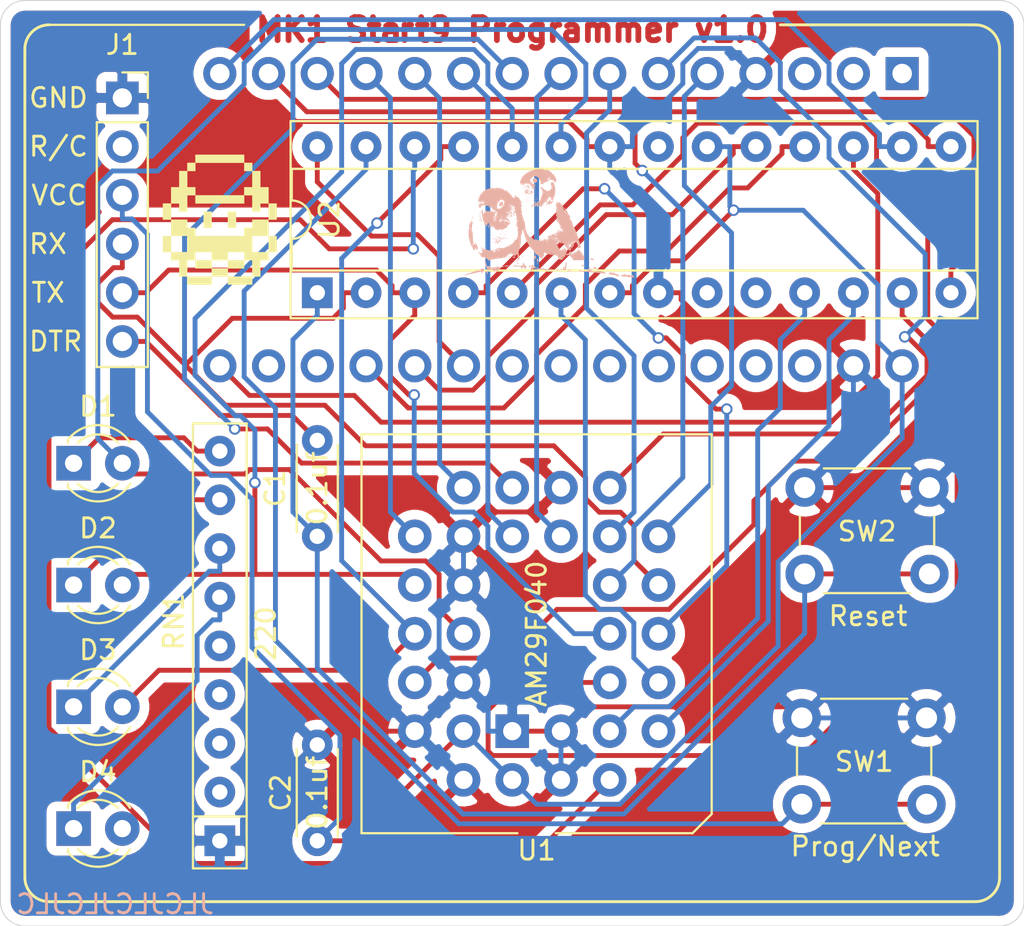
<source format=kicad_pcb>
(kicad_pcb (version 20171130) (host pcbnew "(5.1.5-0-10_14)")
  (layers (0 F.Cu signal) (31 B.Cu signal) (34 B.Paste user hide) (35 F.Paste user hide) (36 B.SilkS user) (37 F.SilkS user) (38 B.Mask user) (39 F.Mask user) (44 Edge.Cuts user))
  (net 0 "")
  (net 1 GND)
  (net 2 VCC)
  (net 3 "Net-(D1-Pad2)")
  (net 4 "Net-(D1-Pad1)")
  (net 5 "Net-(D2-Pad2)")
  (net 6 "Net-(D2-Pad1)")
  (net 7 "Net-(D3-Pad2)")
  (net 8 "Net-(D3-Pad1)")
  (net 9 "Net-(D4-Pad2)")
  (net 10 "Net-(D4-Pad1)")
  (net 11 "Net-(SW1-Pad2)")
  (net 12 "Net-(A1-PadD9)")
  (net 13 "Net-(A1-PadD8)")
  (net 14 "Net-(A1-PadD6)")
  (net 15 "Net-(A1-PadD3)")
  (net 16 "Net-(A1-PadD7)")
  (net 17 "Net-(A1-PadD5)")
  (net 18 "Net-(A1-PadD4)")
  (net 19 "Net-(A1-PadD2)")
  (net 20 "Net-(U1-Pad9)")
  (net 21 "Net-(U1-Pad7)")
  (net 22 "Net-(U1-Pad5)")
  (net 23 "Net-(U1-Pad8)")
  (net 24 "Net-(U1-Pad6)")
  (net 25 "Net-(A1-PadD10)")
  (net 26 "Net-(A1-PadA2)")
  (net 27 "Net-(A1-PadA1)")
  (net 28 "Net-(A1-PadA0)")
  (net 29 "Net-(A1-PadD13)")
  (net 30 "Net-(A1-PadD12)")
  (net 31 "Net-(A1-PadD11)")
  (net 32 "Net-(J1-Pad5)")
  (net 33 "Net-(J1-Pad4)")
  (net 34 "Net-(U1-Pad27)")
  (net 35 "Net-(C1-Pad2)")
  (net 36 "Net-(C1-Pad1)")
  (module Symbol:trainer_tiny (layer F.Cu) (at 119.38 92.71)
    (fp_text reference S0 hide)
    (fp_text value LOGO hide)
  )
  (module Symbol:parrot_small (layer B.Cu) (at 135.89 92.837 180)
    (fp_text reference S1 hide)
    (fp_text value LOGO hide)
  )
  (module Package_DIP:DIP-28_W7.62mm_Socket (layer F.Cu) (at 124.46 96.52 90)
    (fp_text reference U2 (at 3.81 0.635 90) (layer F.SilkS))
    (fp_text value ATmega328P-PU)
    (pad 28 thru_hole oval (at 7.62 0 90) (size 1.6 1.6) (drill 0.8) (layers *.Cu *.Mask) (net 26 "Net-(A1-PadA2)"))
    (pad 14 thru_hole oval (at 0 33.02 90) (size 1.6 1.6) (drill 0.8) (layers *.Cu *.Mask) (net 25 "Net-(A1-PadD10)"))
    (pad 27 thru_hole oval (at 7.62 2.54 90) (size 1.6 1.6) (drill 0.8) (layers *.Cu *.Mask) (net 11 "Net-(SW1-Pad2)"))
    (pad 13 thru_hole oval (at 0 30.48 90) (size 1.6 1.6) (drill 0.8) (layers *.Cu *.Mask) (net 34 "Net-(U1-Pad27)"))
    (pad 26 thru_hole oval (at 7.62 5.08 90) (size 1.6 1.6) (drill 0.8) (layers *.Cu *.Mask) (net 9 "Net-(D4-Pad2)"))
    (pad 12 thru_hole oval (at 0 27.94 90) (size 1.6 1.6) (drill 0.8) (layers *.Cu *.Mask) (net 22 "Net-(U1-Pad5)"))
    (pad 25 thru_hole oval (at 7.62 7.62 90) (size 1.6 1.6) (drill 0.8) (layers *.Cu *.Mask) (net 7 "Net-(D3-Pad2)"))
    (pad 11 thru_hole oval (at 0 25.4 90) (size 1.6 1.6) (drill 0.8) (layers *.Cu *.Mask) (net 24 "Net-(U1-Pad6)"))
    (pad 24 thru_hole oval (at 7.62 10.16 90) (size 1.6 1.6) (drill 0.8) (layers *.Cu *.Mask) (net 5 "Net-(D2-Pad2)"))
    (pad 10 thru_hole oval (at 0 22.86 90) (size 1.6 1.6) (drill 0.8) (layers *.Cu *.Mask))
    (pad 23 thru_hole oval (at 7.62 12.7 90) (size 1.6 1.6) (drill 0.8) (layers *.Cu *.Mask) (net 3 "Net-(D1-Pad2)"))
    (pad 9 thru_hole oval (at 0 20.32 90) (size 1.6 1.6) (drill 0.8) (layers *.Cu *.Mask))
    (pad 22 thru_hole oval (at 7.62 15.24 90) (size 1.6 1.6) (drill 0.8) (layers *.Cu *.Mask) (net 1 GND))
    (pad 8 thru_hole oval (at 0 17.78 90) (size 1.6 1.6) (drill 0.8) (layers *.Cu *.Mask) (net 1 GND))
    (pad 21 thru_hole oval (at 7.62 17.78 90) (size 1.6 1.6) (drill 0.8) (layers *.Cu *.Mask))
    (pad 7 thru_hole oval (at 0 15.24 90) (size 1.6 1.6) (drill 0.8) (layers *.Cu *.Mask) (net 2 VCC))
    (pad 20 thru_hole oval (at 7.62 20.32 90) (size 1.6 1.6) (drill 0.8) (layers *.Cu *.Mask) (net 2 VCC))
    (pad 6 thru_hole oval (at 0 12.7 90) (size 1.6 1.6) (drill 0.8) (layers *.Cu *.Mask) (net 21 "Net-(U1-Pad7)"))
    (pad 19 thru_hole oval (at 7.62 22.86 90) (size 1.6 1.6) (drill 0.8) (layers *.Cu *.Mask) (net 27 "Net-(A1-PadA1)"))
    (pad 5 thru_hole oval (at 0 10.16 90) (size 1.6 1.6) (drill 0.8) (layers *.Cu *.Mask) (net 23 "Net-(U1-Pad8)"))
    (pad 18 thru_hole oval (at 7.62 25.4 90) (size 1.6 1.6) (drill 0.8) (layers *.Cu *.Mask) (net 28 "Net-(A1-PadA0)"))
    (pad 4 thru_hole oval (at 0 7.62 90) (size 1.6 1.6) (drill 0.8) (layers *.Cu *.Mask) (net 20 "Net-(U1-Pad9)"))
    (pad 17 thru_hole oval (at 7.62 27.94 90) (size 1.6 1.6) (drill 0.8) (layers *.Cu *.Mask) (net 29 "Net-(A1-PadD13)"))
    (pad 3 thru_hole oval (at 0 5.08 90) (size 1.6 1.6) (drill 0.8) (layers *.Cu *.Mask) (net 32 "Net-(J1-Pad5)"))
    (pad 16 thru_hole oval (at 7.62 30.48 90) (size 1.6 1.6) (drill 0.8) (layers *.Cu *.Mask) (net 30 "Net-(A1-PadD12)"))
    (pad 2 thru_hole oval (at 0 2.54 90) (size 1.6 1.6) (drill 0.8) (layers *.Cu *.Mask) (net 33 "Net-(J1-Pad4)"))
    (pad 15 thru_hole oval (at 7.62 33.02 90) (size 1.6 1.6) (drill 0.8) (layers *.Cu *.Mask) (net 31 "Net-(A1-PadD11)"))
    (pad 1 thru_hole rect (at 0 0 90) (size 1.6 1.6) (drill 0.8) (layers *.Cu *.Mask) (net 36 "Net-(C1-Pad1)"))
  )
  (module LED_THT:LED_D3.0mm (layer F.Cu) (at 111.76 105.41)
    (fp_text reference D1 (at 1.27 -2.96) (layer F.SilkS))
    (fp_text value LED_ALT)
    (pad 2 thru_hole circle (at 2.54 0) (size 1.8 1.8) (drill 0.9) (layers *.Cu *.Mask) (net 3 "Net-(D1-Pad2)"))
    (pad 1 thru_hole rect (at 0 0) (size 1.8 1.8) (drill 0.9) (layers *.Cu *.Mask) (net 4 "Net-(D1-Pad1)"))
  )
  (module Connector_PinSocket_2.54mm:PinSocket_1x06_P2.54mm_Vertical (layer F.Cu) (at 114.3 86.36)
    (fp_text reference J1 (at 0 -2.77) (layer F.SilkS))
    (fp_text value Conn_01x06)
    (pad 6 thru_hole oval (at 0 12.7) (size 1.7 1.7) (drill 1) (layers *.Cu *.Mask) (net 35 "Net-(C1-Pad2)"))
    (pad 5 thru_hole oval (at 0 10.16) (size 1.7 1.7) (drill 1) (layers *.Cu *.Mask) (net 32 "Net-(J1-Pad5)"))
    (pad 4 thru_hole oval (at 0 7.62) (size 1.7 1.7) (drill 1) (layers *.Cu *.Mask) (net 33 "Net-(J1-Pad4)"))
    (pad 3 thru_hole oval (at 0 5.08) (size 1.7 1.7) (drill 1) (layers *.Cu *.Mask) (net 2 VCC))
    (pad 2 thru_hole oval (at 0 2.54) (size 1.7 1.7) (drill 1) (layers *.Cu *.Mask))
    (pad 1 thru_hole rect (at 0 0) (size 1.7 1.7) (drill 1) (layers *.Cu *.Mask) (net 1 GND))
  )
  (module Capacitor_THT:C_Disc_D4.3mm_W1.9mm_P5.00mm (layer F.Cu) (at 124.46 125.095 90)
    (fp_text reference C2 (at 2.5 -1.905 90) (layer F.SilkS))
    (fp_text value 0.1uf (at 2.5 0 90) (layer F.SilkS))
    (pad 2 thru_hole circle (at 5 0 90) (size 1.6 1.6) (drill 0.8) (layers *.Cu *.Mask) (net 1 GND))
    (pad 1 thru_hole circle (at 0 0 90) (size 1.6 1.6) (drill 0.8) (layers *.Cu *.Mask) (net 2 VCC))
  )
  (module Arduino:Arduino_Nano_Socket (layer F.Cu) (at 115.57 92.71 270)
    (fp_text reference A1 hide)
    (fp_text value Arduino_Nano_Socket hide)
    (pad D1 thru_hole rect (at -7.62 -39.37 270) (size 1.7272 1.7272) (drill 1.016) (layers *.Cu *.Mask))
    (pad D0 thru_hole circle (at -7.62 -36.83 270) (size 1.7272 1.7272) (drill 1.016) (layers *.Cu *.Mask))
    (pad RST1 thru_hole circle (at -7.62 -34.29 270) (size 1.7272 1.7272) (drill 1.016) (layers *.Cu *.Mask))
    (pad GND1 thru_hole circle (at -7.62 -31.75 270) (size 1.7272 1.7272) (drill 1.016) (layers *.Cu *.Mask) (net 1 GND))
    (pad D2 thru_hole circle (at -7.62 -29.21 270) (size 1.7272 1.7272) (drill 1.016) (layers *.Cu *.Mask) (net 19 "Net-(A1-PadD2)"))
    (pad D3 thru_hole circle (at -7.62 -26.67 270) (size 1.7272 1.7272) (drill 1.016) (layers *.Cu *.Mask) (net 15 "Net-(A1-PadD3)"))
    (pad D4 thru_hole circle (at -7.62 -24.13 270) (size 1.7272 1.7272) (drill 1.016) (layers *.Cu *.Mask) (net 18 "Net-(A1-PadD4)"))
    (pad D5 thru_hole circle (at -7.62 -21.59 270) (size 1.7272 1.7272) (drill 1.016) (layers *.Cu *.Mask) (net 17 "Net-(A1-PadD5)"))
    (pad D6 thru_hole circle (at -7.62 -19.05 270) (size 1.7272 1.7272) (drill 1.016) (layers *.Cu *.Mask) (net 14 "Net-(A1-PadD6)"))
    (pad D7 thru_hole circle (at -7.62 -16.51 270) (size 1.7272 1.7272) (drill 1.016) (layers *.Cu *.Mask) (net 16 "Net-(A1-PadD7)"))
    (pad D8 thru_hole circle (at -7.62 -13.97 270) (size 1.7272 1.7272) (drill 1.016) (layers *.Cu *.Mask) (net 13 "Net-(A1-PadD8)"))
    (pad D9 thru_hole circle (at -7.62 -11.43 270) (size 1.7272 1.7272) (drill 1.016) (layers *.Cu *.Mask) (net 12 "Net-(A1-PadD9)"))
    (pad D10 thru_hole circle (at -7.62 -8.89 270) (size 1.7272 1.7272) (drill 1.016) (layers *.Cu *.Mask) (net 25 "Net-(A1-PadD10)"))
    (pad D11 thru_hole circle (at -7.62 -6.35 270) (size 1.7272 1.7272) (drill 1.016) (layers *.Cu *.Mask) (net 31 "Net-(A1-PadD11)"))
    (pad D12 thru_hole circle (at -7.62 -3.81 270) (size 1.7272 1.7272) (drill 1.016) (layers *.Cu *.Mask) (net 30 "Net-(A1-PadD12)"))
    (pad D13 thru_hole circle (at 7.62 -3.81 270) (size 1.7272 1.7272) (drill 1.016) (layers *.Cu *.Mask) (net 29 "Net-(A1-PadD13)"))
    (pad 3V3 thru_hole circle (at 7.62 -6.35 270) (size 1.7272 1.7272) (drill 1.016) (layers *.Cu *.Mask))
    (pad AREF thru_hole circle (at 7.62 -8.89 270) (size 1.7272 1.7272) (drill 1.016) (layers *.Cu *.Mask))
    (pad A0 thru_hole circle (at 7.62 -11.43 270) (size 1.7272 1.7272) (drill 1.016) (layers *.Cu *.Mask) (net 28 "Net-(A1-PadA0)"))
    (pad A1 thru_hole circle (at 7.62 -13.97 270) (size 1.7272 1.7272) (drill 1.016) (layers *.Cu *.Mask) (net 27 "Net-(A1-PadA1)"))
    (pad A2 thru_hole circle (at 7.62 -16.51 270) (size 1.7272 1.7272) (drill 1.016) (layers *.Cu *.Mask) (net 26 "Net-(A1-PadA2)"))
    (pad A3 thru_hole circle (at 7.62 -19.05 270) (size 1.7272 1.7272) (drill 1.016) (layers *.Cu *.Mask))
    (pad A4 thru_hole circle (at 7.62 -21.59 270) (size 1.7272 1.7272) (drill 1.016) (layers *.Cu *.Mask))
    (pad A5 thru_hole circle (at 7.62 -24.13 270) (size 1.7272 1.7272) (drill 1.016) (layers *.Cu *.Mask))
    (pad A6 thru_hole circle (at 7.62 -26.67 270) (size 1.7272 1.7272) (drill 1.016) (layers *.Cu *.Mask))
    (pad A7 thru_hole circle (at 7.62 -29.21 270) (size 1.7272 1.7272) (drill 1.016) (layers *.Cu *.Mask))
    (pad 5V thru_hole circle (at 7.62 -31.75 270) (size 1.7272 1.7272) (drill 1.016) (layers *.Cu *.Mask))
    (pad RST2 thru_hole circle (at 7.62 -34.29 270) (size 1.7272 1.7272) (drill 1.016) (layers *.Cu *.Mask))
    (pad GND2 thru_hole circle (at 7.62 -36.83 270) (size 1.7272 1.7272) (drill 1.016) (layers *.Cu *.Mask) (net 1 GND))
    (pad VIN thru_hole circle (at 7.62 -39.37 270) (size 1.7272 1.7272) (drill 1.016) (layers *.Cu *.Mask) (net 2 VCC))
  )
  (module Resistor_THT:R_Array_SIP9 (layer F.Cu) (at 119.38 125.095 90)
    (fp_text reference RN1 (at 11.43 -2.4 90) (layer F.SilkS))
    (fp_text value 220 (at 10.795 2.4 90) (layer F.SilkS))
    (pad 9 thru_hole oval (at 20.32 0 90) (size 1.6 1.6) (drill 0.8) (layers *.Cu *.Mask) (net 4 "Net-(D1-Pad1)"))
    (pad 8 thru_hole oval (at 17.78 0 90) (size 1.6 1.6) (drill 0.8) (layers *.Cu *.Mask) (net 6 "Net-(D2-Pad1)"))
    (pad 7 thru_hole oval (at 15.24 0 90) (size 1.6 1.6) (drill 0.8) (layers *.Cu *.Mask) (net 8 "Net-(D3-Pad1)"))
    (pad 6 thru_hole oval (at 12.7 0 90) (size 1.6 1.6) (drill 0.8) (layers *.Cu *.Mask) (net 10 "Net-(D4-Pad1)"))
    (pad 5 thru_hole oval (at 10.16 0 90) (size 1.6 1.6) (drill 0.8) (layers *.Cu *.Mask))
    (pad 4 thru_hole oval (at 7.62 0 90) (size 1.6 1.6) (drill 0.8) (layers *.Cu *.Mask))
    (pad 3 thru_hole oval (at 5.08 0 90) (size 1.6 1.6) (drill 0.8) (layers *.Cu *.Mask))
    (pad 2 thru_hole oval (at 2.54 0 90) (size 1.6 1.6) (drill 0.8) (layers *.Cu *.Mask))
    (pad 1 thru_hole rect (at 0 0 90) (size 1.6 1.6) (drill 0.8) (layers *.Cu *.Mask) (net 1 GND))
  )
  (module Housings_LCC:PLCC-32_THT-Socket (layer F.Cu) (at 134.62 119.38 180)
    (fp_text reference U1 (at -1.27 -6.22) (layer F.SilkS))
    (fp_text value AM29F040)
    (fp_text user %V (at -1.27 5.08 90) (layer F.SilkS))
    (pad 27 thru_hole circle (at 5.08 2.54 180) (size 1.75 1.75) (drill 0.95) (layers *.Cu *.Mask) (net 34 "Net-(U1-Pad27)"))
    (pad 25 thru_hole circle (at 5.08 5.08 180) (size 1.75 1.75) (drill 0.95) (layers *.Cu *.Mask) (net 7 "Net-(D3-Pad2)"))
    (pad 23 thru_hole circle (at 5.08 7.62 180) (size 1.75 1.75) (drill 0.95) (layers *.Cu *.Mask) (net 5 "Net-(D2-Pad2)"))
    (pad 21 thru_hole circle (at 5.08 10.16 180) (size 1.75 1.75) (drill 0.95) (layers *.Cu *.Mask) (net 12 "Net-(A1-PadD9)"))
    (pad 28 thru_hole circle (at 2.54 2.54 180) (size 1.75 1.75) (drill 0.95) (layers *.Cu *.Mask) (net 1 GND))
    (pad 26 thru_hole circle (at 2.54 5.08 180) (size 1.75 1.75) (drill 0.95) (layers *.Cu *.Mask) (net 3 "Net-(D1-Pad2)"))
    (pad 24 thru_hole circle (at 2.54 7.62 180) (size 1.75 1.75) (drill 0.95) (layers *.Cu *.Mask) (net 1 GND))
    (pad 22 thru_hole circle (at 2.54 10.16 180) (size 1.75 1.75) (drill 0.95) (layers *.Cu *.Mask) (net 1 GND))
    (pad 20 thru_hole circle (at 2.54 12.7 180) (size 1.75 1.75) (drill 0.95) (layers *.Cu *.Mask) (net 13 "Net-(A1-PadD8)"))
    (pad 18 thru_hole circle (at 0 12.7 180) (size 1.75 1.75) (drill 0.95) (layers *.Cu *.Mask) (net 14 "Net-(A1-PadD6)"))
    (pad 16 thru_hole circle (at -2.54 12.7 180) (size 1.75 1.75) (drill 0.95) (layers *.Cu *.Mask) (net 1 GND))
    (pad 14 thru_hole circle (at -5.08 12.7 180) (size 1.75 1.75) (drill 0.95) (layers *.Cu *.Mask) (net 15 "Net-(A1-PadD3)"))
    (pad 19 thru_hole circle (at 0 10.16 180) (size 1.75 1.75) (drill 0.95) (layers *.Cu *.Mask) (net 16 "Net-(A1-PadD7)"))
    (pad 17 thru_hole circle (at -2.54 10.16 180) (size 1.75 1.75) (drill 0.95) (layers *.Cu *.Mask) (net 17 "Net-(A1-PadD5)"))
    (pad 15 thru_hole circle (at -5.08 10.16 180) (size 1.75 1.75) (drill 0.95) (layers *.Cu *.Mask) (net 18 "Net-(A1-PadD4)"))
    (pad 13 thru_hole circle (at -7.62 10.16 180) (size 1.75 1.75) (drill 0.95) (layers *.Cu *.Mask) (net 19 "Net-(A1-PadD2)"))
    (pad 11 thru_hole circle (at -7.62 7.62 180) (size 1.75 1.75) (drill 0.95) (layers *.Cu *.Mask) (net 33 "Net-(J1-Pad4)"))
    (pad 9 thru_hole circle (at -7.62 5.08 180) (size 1.75 1.75) (drill 0.95) (layers *.Cu *.Mask) (net 20 "Net-(U1-Pad9)"))
    (pad 7 thru_hole circle (at -7.62 2.54 180) (size 1.75 1.75) (drill 0.95) (layers *.Cu *.Mask) (net 21 "Net-(U1-Pad7)"))
    (pad 5 thru_hole circle (at -7.62 0 180) (size 1.75 1.75) (drill 0.95) (layers *.Cu *.Mask) (net 22 "Net-(U1-Pad5)"))
    (pad 12 thru_hole circle (at -5.08 7.62 180) (size 1.75 1.75) (drill 0.95) (layers *.Cu *.Mask) (net 31 "Net-(A1-PadD11)"))
    (pad 10 thru_hole circle (at -5.08 5.08 180) (size 1.75 1.75) (drill 0.95) (layers *.Cu *.Mask) (net 32 "Net-(J1-Pad5)"))
    (pad 8 thru_hole circle (at -5.08 2.54 180) (size 1.75 1.75) (drill 0.95) (layers *.Cu *.Mask) (net 23 "Net-(U1-Pad8)"))
    (pad 6 thru_hole circle (at -5.08 0 180) (size 1.75 1.75) (drill 0.95) (layers *.Cu *.Mask) (net 24 "Net-(U1-Pad6)"))
    (pad 30 thru_hole circle (at 2.54 -2.54 180) (size 1.75 1.75) (drill 0.95) (layers *.Cu *.Mask) (net 1 GND))
    (pad 32 thru_hole circle (at 0 -2.54 180) (size 1.75 1.75) (drill 0.95) (layers *.Cu *.Mask) (net 2 VCC))
    (pad 4 thru_hole circle (at -5.08 -2.54 180) (size 1.75 1.75) (drill 0.95) (layers *.Cu *.Mask) (net 9 "Net-(D4-Pad2)"))
    (pad 2 thru_hole circle (at -2.54 -2.54 180) (size 1.75 1.75) (drill 0.95) (layers *.Cu *.Mask) (net 1 GND))
    (pad 29 thru_hole circle (at 5.08 0 180) (size 1.75 1.75) (drill 0.95) (layers *.Cu *.Mask) (net 1 GND))
    (pad 31 thru_hole circle (at 2.54 0 180) (size 1.75 1.75) (drill 0.95) (layers *.Cu *.Mask) (net 2 VCC))
    (pad 3 thru_hole circle (at -2.54 0 180) (size 1.75 1.75) (drill 0.95) (layers *.Cu *.Mask) (net 1 GND))
    (pad 1 thru_hole rect (at 0 0 180) (size 1.75 1.75) (drill 0.95) (layers *.Cu *.Mask) (net 1 GND))
  )
  (module Button_Switch_THT:SW_PUSH_6mm_H5mm (layer F.Cu) (at 149.86 106.68)
    (fp_text reference SW2 (at 3.25 2.286) (layer F.SilkS))
    (fp_text value Reset (at 3.302 6.7) (layer F.SilkS))
    (pad 1 thru_hole circle (at 6.5 0 90) (size 2 2) (drill 1.1) (layers *.Cu *.Mask) (net 1 GND))
    (pad 2 thru_hole circle (at 6.5 4.5 90) (size 2 2) (drill 1.1) (layers *.Cu *.Mask) (net 36 "Net-(C1-Pad1)"))
    (pad 1 thru_hole circle (at 0 0 90) (size 2 2) (drill 1.1) (layers *.Cu *.Mask) (net 1 GND))
    (pad 2 thru_hole circle (at 0 4.5 90) (size 2 2) (drill 1.1) (layers *.Cu *.Mask) (net 36 "Net-(C1-Pad1)"))
  )
  (module Button_Switch_THT:SW_PUSH_6mm_H5mm (layer F.Cu) (at 149.71 118.69)
    (fp_text reference SW1 (at 3.25 2.286) (layer F.SilkS))
    (fp_text value Prog/Next (at 3.302 6.7) (layer F.SilkS))
    (pad 1 thru_hole circle (at 6.5 0 90) (size 2 2) (drill 1.1) (layers *.Cu *.Mask) (net 1 GND))
    (pad 2 thru_hole circle (at 6.5 4.5 90) (size 2 2) (drill 1.1) (layers *.Cu *.Mask) (net 11 "Net-(SW1-Pad2)"))
    (pad 1 thru_hole circle (at 0 0 90) (size 2 2) (drill 1.1) (layers *.Cu *.Mask) (net 1 GND))
    (pad 2 thru_hole circle (at 0 4.5 90) (size 2 2) (drill 1.1) (layers *.Cu *.Mask) (net 11 "Net-(SW1-Pad2)"))
  )
  (module LED_THT:LED_D3.0mm (layer F.Cu) (at 111.76 124.46)
    (fp_text reference D4 (at 1.27 -2.96) (layer F.SilkS))
    (fp_text value LED_ALT)
    (pad 2 thru_hole circle (at 2.54 0) (size 1.8 1.8) (drill 0.9) (layers *.Cu *.Mask) (net 9 "Net-(D4-Pad2)"))
    (pad 1 thru_hole rect (at 0 0) (size 1.8 1.8) (drill 0.9) (layers *.Cu *.Mask) (net 10 "Net-(D4-Pad1)"))
  )
  (module LED_THT:LED_D3.0mm (layer F.Cu) (at 111.76 118.11)
    (fp_text reference D3 (at 1.27 -2.96) (layer F.SilkS))
    (fp_text value LED_ALT)
    (pad 2 thru_hole circle (at 2.54 0) (size 1.8 1.8) (drill 0.9) (layers *.Cu *.Mask) (net 7 "Net-(D3-Pad2)"))
    (pad 1 thru_hole rect (at 0 0) (size 1.8 1.8) (drill 0.9) (layers *.Cu *.Mask) (net 8 "Net-(D3-Pad1)"))
  )
  (module LED_THT:LED_D3.0mm (layer F.Cu) (at 111.76 111.76)
    (fp_text reference D2 (at 1.27 -2.96) (layer F.SilkS))
    (fp_text value LED_ALT)
    (pad 2 thru_hole circle (at 2.54 0) (size 1.8 1.8) (drill 0.9) (layers *.Cu *.Mask) (net 5 "Net-(D2-Pad2)"))
    (pad 1 thru_hole rect (at 0 0) (size 1.8 1.8) (drill 0.9) (layers *.Cu *.Mask) (net 6 "Net-(D2-Pad1)"))
  )
  (module Capacitor_THT:C_Disc_D4.3mm_W1.9mm_P5.00mm (layer F.Cu) (at 124.46 109.22 90)
    (fp_text reference C1 (at 2.5 -2.2 90) (layer F.SilkS))
    (fp_text value 0.1uf (at 2.5 0 90) (layer F.SilkS))
    (pad 2 thru_hole circle (at 5 0 90) (size 1.6 1.6) (drill 0.8) (layers *.Cu *.Mask) (net 35 "Net-(C1-Pad2)"))
    (pad 1 thru_hole circle (at 0 0 90) (size 1.6 1.6) (drill 0.8) (layers *.Cu *.Mask) (net 36 "Net-(C1-Pad1)"))
  )
  (gr_text JLCJLCJLCJLC (at 113.919 128.397) (layer B.SilkS) (effects (font (size 1 1)) (justify mirror)))
  (gr_line (start 110.49 82.55) (end 120.65 82.55) (layer F.SilkS) (width 0.12))
  (gr_text DTR (at 109.347 99.06) (layer F.SilkS) (effects (font (size 1 1)) (justify left)))
  (gr_text RX (at 109.347 93.98) (layer F.SilkS) (effects (font (size 1 1)) (justify left)))
  (gr_text TX (at 109.474 96.52) (layer F.SilkS) (effects (font (size 1 1)) (justify left)))
  (gr_text VCC (at 109.474 91.44) (layer F.SilkS) (effects (font (size 1 1)) (justify left)))
  (gr_text R/C (at 109.347 88.9) (layer F.SilkS) (effects (font (size 1 1)) (justify left)))
  (gr_text GND (at 109.347 86.36) (layer F.SilkS) (effects (font (size 1 1)) (justify left)))
  (gr_text "2020 copyright Federico Scozzafava https://github.com/vascofazza/8bit_cpu" (at 110.109 127.508) (layer F.Cu) (effects (font (size 0.82 0.82)) (justify left)))
  (gr_arc (start 109.22 82.55) (end 109.22 81.28) (angle -90) (layer Edge.Cuts) (width 0.05))
  (gr_arc (start 109.22 128.27) (end 107.95 128.27) (angle -90) (layer Edge.Cuts) (width 0.05))
  (gr_arc (start 160.02 128.27) (end 160.02 129.54) (angle -90) (layer Edge.Cuts) (width 0.05))
  (gr_arc (start 160.02 82.55) (end 161.29 82.55) (angle -90) (layer Edge.Cuts) (width 0.05))
  (gr_line (start 109.22 81.28) (end 160.02 81.28) (layer Edge.Cuts) (width 0.05))
  (gr_line (start 107.95 128.27) (end 107.95 82.55) (layer Edge.Cuts) (width 0.05))
  (gr_line (start 160.02 129.54) (end 109.22 129.54) (layer Edge.Cuts) (width 0.05))
  (gr_line (start 161.29 82.55) (end 161.29 128.27) (layer Edge.Cuts) (width 0.05))
  (gr_line (start 148.59 82.55) (end 158.75 82.55) (layer F.SilkS) (width 0.15))
  (gr_line (start 160.02 83.82) (end 160.02 127) (layer F.SilkS) (width 0.15))
  (gr_line (start 158.75 128.27) (end 110.49 128.27) (layer F.SilkS) (width 0.15))
  (gr_line (start 109.22 127) (end 109.22 83.82) (layer F.SilkS) (width 0.15))
  (gr_arc (start 110.49 83.82) (end 110.49 82.55) (angle -90) (layer F.SilkS) (width 0.15))
  (gr_arc (start 158.75 83.82) (end 160.02 83.82) (angle -90) (layer F.SilkS) (width 0.15))
  (gr_arc (start 158.75 127) (end 158.75 128.27) (angle -90) (layer F.SilkS) (width 0.15))
  (gr_arc (start 110.49 127) (end 109.22 127) (angle -90) (layer F.SilkS) (width 0.15))
  (segment (start 139.02 82.604) (end 139.077142 82.718285) (width 0.3) (layer F.Cu) (net 0))
  (segment (start 139.077142 82.718285) (end 139.077142 83.346857) (width 0.3) (layer F.Cu) (net 0))
  (segment (start 138.734285 82.546857) (end 138.905714 82.546857) (width 0.3) (layer F.Cu) (net 0))
  (segment (start 138.905714 82.546857) (end 139.02 82.604) (width 0.3) (layer F.Cu) (net 0))
  (segment (start 138.562857 83.346857) (end 138.562857 82.546857) (width 0.3) (layer F.Cu) (net 0))
  (segment (start 138.562857 82.661142) (end 138.62 82.604) (width 0.3) (layer F.Cu) (net 0))
  (segment (start 138.62 82.604) (end 138.734285 82.546857) (width 0.3) (layer F.Cu) (net 0))
  (segment (start 137.591428 82.889714) (end 137.877142 82.889714) (width 0.3) (layer F.Cu) (net 0))
  (segment (start 137.877142 82.889714) (end 137.991428 82.832571) (width 0.3) (layer F.Cu) (net 0))
  (segment (start 137.42 83.175428) (end 137.42 83.061142) (width 0.3) (layer F.Cu) (net 0))
  (segment (start 137.477142 82.946857) (end 137.591428 82.889714) (width 0.3) (layer F.Cu) (net 0))
  (segment (start 137.42 83.061142) (end 137.477142 82.946857) (width 0.3) (layer F.Cu) (net 0))
  (segment (start 137.877142 83.346857) (end 137.591428 83.346857) (width 0.3) (layer F.Cu) (net 0))
  (segment (start 137.934285 82.604) (end 137.82 82.546857) (width 0.3) (layer F.Cu) (net 0))
  (segment (start 137.82 82.546857) (end 137.591428 82.546857) (width 0.3) (layer F.Cu) (net 0))
  (segment (start 137.591428 82.546857) (end 137.477142 82.604) (width 0.3) (layer F.Cu) (net 0))
  (segment (start 137.991428 83.289714) (end 137.877142 83.346857) (width 0.3) (layer F.Cu) (net 0))
  (segment (start 137.477142 83.289714) (end 137.42 83.175428) (width 0.3) (layer F.Cu) (net 0))
  (segment (start 137.591428 83.346857) (end 137.477142 83.289714) (width 0.3) (layer F.Cu) (net 0))
  (segment (start 139.077142 82.718285) (end 139.134285 82.604) (width 0.3) (layer F.Cu) (net 0))
  (segment (start 139.248571 82.546857) (end 139.42 82.546857) (width 0.3) (layer F.Cu) (net 0))
  (segment (start 139.134285 82.604) (end 139.248571 82.546857) (width 0.3) (layer F.Cu) (net 0))
  (segment (start 140.22 82.604) (end 140.334285 82.546857) (width 0.3) (layer F.Cu) (net 0))
  (segment (start 140.162857 82.661142) (end 140.22 82.604) (width 0.3) (layer F.Cu) (net 0))
  (segment (start 140.162857 83.346857) (end 140.162857 82.546857) (width 0.3) (layer F.Cu) (net 0))
  (segment (start 139.591428 82.718285) (end 139.591428 83.346857) (width 0.3) (layer F.Cu) (net 0))
  (segment (start 139.42 82.546857) (end 139.534285 82.604) (width 0.3) (layer F.Cu) (net 0))
  (segment (start 139.534285 82.604) (end 139.591428 82.718285) (width 0.3) (layer F.Cu) (net 0))
  (segment (start 140.677142 82.718285) (end 140.677142 83.346857) (width 0.3) (layer F.Cu) (net 0))
  (segment (start 140.677142 82.718285) (end 140.734285 82.604) (width 0.3) (layer F.Cu) (net 0))
  (segment (start 140.62 82.604) (end 140.677142 82.718285) (width 0.3) (layer F.Cu) (net 0))
  (segment (start 140.505714 82.546857) (end 140.62 82.604) (width 0.3) (layer F.Cu) (net 0))
  (segment (start 140.334285 82.546857) (end 140.505714 82.546857) (width 0.3) (layer F.Cu) (net 0))
  (segment (start 140.848571 82.546857) (end 141.02 82.546857) (width 0.3) (layer F.Cu) (net 0))
  (segment (start 141.02 82.546857) (end 141.134285 82.604) (width 0.3) (layer F.Cu) (net 0))
  (segment (start 140.734285 82.604) (end 140.848571 82.546857) (width 0.3) (layer F.Cu) (net 0))
  (segment (start 147.077142 83.118285) (end 147.02 82.889714) (width 0.3) (layer F.Cu) (net 0))
  (segment (start 147.134285 83.232571) (end 147.077142 83.118285) (width 0.3) (layer F.Cu) (net 0))
  (segment (start 147.191428 83.289714) (end 147.134285 83.232571) (width 0.3) (layer F.Cu) (net 0))
  (segment (start 147.305714 83.346857) (end 147.191428 83.289714) (width 0.3) (layer F.Cu) (net 0))
  (segment (start 147.42 83.346857) (end 147.305714 83.346857) (width 0.3) (layer F.Cu) (net 0))
  (segment (start 147.534285 83.289714) (end 147.42 83.346857) (width 0.3) (layer F.Cu) (net 0))
  (segment (start 147.591428 83.232571) (end 147.534285 83.289714) (width 0.3) (layer F.Cu) (net 0))
  (segment (start 147.648571 83.118285) (end 147.591428 83.232571) (width 0.3) (layer F.Cu) (net 0))
  (segment (start 147.705714 82.889714) (end 147.648571 83.118285) (width 0.3) (layer F.Cu) (net 0))
  (segment (start 147.705714 82.604) (end 147.705714 82.889714) (width 0.3) (layer F.Cu) (net 0))
  (segment (start 147.648571 82.375428) (end 147.705714 82.604) (width 0.3) (layer F.Cu) (net 0))
  (segment (start 147.591428 82.261142) (end 147.648571 82.375428) (width 0.3) (layer F.Cu) (net 0))
  (segment (start 147.534285 82.204) (end 147.591428 82.261142) (width 0.3) (layer F.Cu) (net 0))
  (segment (start 147.42 82.146857) (end 147.534285 82.204) (width 0.3) (layer F.Cu) (net 0))
  (segment (start 147.305714 82.146857) (end 147.42 82.146857) (width 0.3) (layer F.Cu) (net 0))
  (segment (start 146.505714 83.232571) (end 146.505714 83.346857) (width 0.3) (layer F.Cu) (net 0))
  (segment (start 146.448571 83.289714) (end 146.505714 83.232571) (width 0.3) (layer F.Cu) (net 0))
  (segment (start 146.562857 83.289714) (end 146.505714 83.346857) (width 0.3) (layer F.Cu) (net 0))
  (segment (start 146.505714 83.346857) (end 146.448571 83.289714) (width 0.3) (layer F.Cu) (net 0))
  (segment (start 146.505714 83.232571) (end 146.562857 83.289714) (width 0.3) (layer F.Cu) (net 0))
  (segment (start 126.277142 82.661142) (end 126.22 82.604) (width 0.3) (layer F.Cu) (net 0))
  (segment (start 126.22 82.604) (end 126.162857 82.489714) (width 0.3) (layer F.Cu) (net 0))
  (segment (start 124.448571 82.146857) (end 124.334285 82.318285) (width 0.3) (layer F.Cu) (net 0))
  (segment (start 124.334285 82.318285) (end 124.22 82.432571) (width 0.3) (layer F.Cu) (net 0))
  (segment (start 124.448571 83.346857) (end 124.448571 82.146857) (width 0.3) (layer F.Cu) (net 0))
  (segment (start 124.791428 83.346857) (end 124.105714 83.346857) (width 0.3) (layer F.Cu) (net 0))
  (segment (start 123.648571 82.146857) (end 122.962857 82.832571) (width 0.3) (layer F.Cu) (net 0))
  (segment (start 123.648571 83.346857) (end 123.134285 82.661142) (width 0.3) (layer F.Cu) (net 0))
  (segment (start 122.962857 83.346857) (end 122.962857 82.146857) (width 0.3) (layer F.Cu) (net 0))
  (segment (start 122.391428 82.146857) (end 122.391428 83.346857) (width 0.3) (layer F.Cu) (net 0))
  (segment (start 121.991428 83.004) (end 122.391428 82.146857) (width 0.3) (layer F.Cu) (net 0))
  (segment (start 121.591428 82.146857) (end 121.991428 83.004) (width 0.3) (layer F.Cu) (net 0))
  (segment (start 121.591428 83.346857) (end 121.591428 82.146857) (width 0.3) (layer F.Cu) (net 0))
  (segment (start 124.22 82.432571) (end 124.105714 82.489714) (width 0.3) (layer F.Cu) (net 0))
  (segment (start 126.162857 83.289714) (end 126.334285 83.346857) (width 0.3) (layer F.Cu) (net 0))
  (segment (start 126.334285 83.346857) (end 126.62 83.346857) (width 0.3) (layer F.Cu) (net 0))
  (segment (start 126.62 83.346857) (end 126.734285 83.289714) (width 0.3) (layer F.Cu) (net 0))
  (segment (start 126.734285 83.289714) (end 126.791428 83.232571) (width 0.3) (layer F.Cu) (net 0))
  (segment (start 126.791428 83.232571) (end 126.848571 83.118285) (width 0.3) (layer F.Cu) (net 0))
  (segment (start 126.848571 83.118285) (end 126.848571 83.004) (width 0.3) (layer F.Cu) (net 0))
  (segment (start 126.848571 83.004) (end 126.791428 82.889714) (width 0.3) (layer F.Cu) (net 0))
  (segment (start 126.791428 82.889714) (end 126.734285 82.832571) (width 0.3) (layer F.Cu) (net 0))
  (segment (start 126.734285 82.832571) (end 126.62 82.775428) (width 0.3) (layer F.Cu) (net 0))
  (segment (start 126.62 82.775428) (end 126.391428 82.718285) (width 0.3) (layer F.Cu) (net 0))
  (segment (start 126.391428 82.718285) (end 126.277142 82.661142) (width 0.3) (layer F.Cu) (net 0))
  (segment (start 147.02 82.889714) (end 147.02 82.604) (width 0.3) (layer F.Cu) (net 0))
  (segment (start 147.02 82.604) (end 147.077142 82.375428) (width 0.3) (layer F.Cu) (net 0))
  (segment (start 147.077142 82.375428) (end 147.134285 82.261142) (width 0.3) (layer F.Cu) (net 0))
  (segment (start 147.134285 82.261142) (end 147.191428 82.204) (width 0.3) (layer F.Cu) (net 0))
  (segment (start 147.191428 82.204) (end 147.305714 82.146857) (width 0.3) (layer F.Cu) (net 0))
  (segment (start 127.362857 83.175428) (end 127.42 83.289714) (width 0.3) (layer F.Cu) (net 0))
  (segment (start 126.162857 82.375428) (end 126.22 82.261142) (width 0.3) (layer F.Cu) (net 0))
  (segment (start 126.162857 82.489714) (end 126.162857 82.375428) (width 0.3) (layer F.Cu) (net 0))
  (segment (start 126.677142 82.146857) (end 126.848571 82.204) (width 0.3) (layer F.Cu) (net 0))
  (segment (start 127.362857 82.146857) (end 127.362857 83.175428) (width 0.3) (layer F.Cu) (net 0))
  (segment (start 126.391428 82.146857) (end 126.677142 82.146857) (width 0.3) (layer F.Cu) (net 0))
  (segment (start 126.277142 82.204) (end 126.391428 82.146857) (width 0.3) (layer F.Cu) (net 0))
  (segment (start 126.22 82.261142) (end 126.277142 82.204) (width 0.3) (layer F.Cu) (net 0))
  (segment (start 127.191428 82.546857) (end 127.648571 82.546857) (width 0.3) (layer F.Cu) (net 0))
  (segment (start 127.42 83.289714) (end 127.534285 83.346857) (width 0.3) (layer F.Cu) (net 0))
  (segment (start 127.534285 83.346857) (end 127.648571 83.346857) (width 0.3) (layer F.Cu) (net 0))
  (segment (start 128.562857 83.346857) (end 128.562857 82.718285) (width 0.3) (layer F.Cu) (net 0))
  (segment (start 128.562857 82.718285) (end 128.505714 82.604) (width 0.3) (layer F.Cu) (net 0))
  (segment (start 128.505714 82.604) (end 128.391428 82.546857) (width 0.3) (layer F.Cu) (net 0))
  (segment (start 128.391428 82.546857) (end 128.162857 82.546857) (width 0.3) (layer F.Cu) (net 0))
  (segment (start 128.162857 82.546857) (end 128.048571 82.604) (width 0.3) (layer F.Cu) (net 0))
  (segment (start 128.562857 83.289714) (end 128.448571 83.346857) (width 0.3) (layer F.Cu) (net 0))
  (segment (start 128.448571 83.346857) (end 128.162857 83.346857) (width 0.3) (layer F.Cu) (net 0))
  (segment (start 128.162857 83.346857) (end 128.048571 83.289714) (width 0.3) (layer F.Cu) (net 0))
  (segment (start 128.048571 83.289714) (end 127.991428 83.175428) (width 0.3) (layer F.Cu) (net 0))
  (segment (start 127.991428 83.175428) (end 127.991428 83.061142) (width 0.3) (layer F.Cu) (net 0))
  (segment (start 127.991428 83.061142) (end 128.048571 82.946857) (width 0.3) (layer F.Cu) (net 0))
  (segment (start 128.048571 82.946857) (end 128.162857 82.889714) (width 0.3) (layer F.Cu) (net 0))
  (segment (start 128.162857 82.889714) (end 128.448571 82.889714) (width 0.3) (layer F.Cu) (net 0))
  (segment (start 128.448571 82.889714) (end 128.562857 82.832571) (width 0.3) (layer F.Cu) (net 0))
  (segment (start 129.007285 83.346857) (end 129.007285 82.546857) (width 0.3) (layer F.Cu) (net 0))
  (segment (start 129.007285 82.775428) (end 129.064428 82.661142) (width 0.3) (layer F.Cu) (net 0))
  (segment (start 129.064428 82.661142) (end 129.121571 82.604) (width 0.3) (layer F.Cu) (net 0))
  (segment (start 129.121571 82.604) (end 129.235857 82.546857) (width 0.3) (layer F.Cu) (net 0))
  (segment (start 129.235857 82.546857) (end 129.350142 82.546857) (width 0.3) (layer F.Cu) (net 0))
  (segment (start 129.705714 82.546857) (end 130.162857 82.546857) (width 0.3) (layer F.Cu) (net 0))
  (segment (start 129.877142 82.146857) (end 129.877142 83.175428) (width 0.3) (layer F.Cu) (net 0))
  (segment (start 129.877142 83.175428) (end 129.934285 83.289714) (width 0.3) (layer F.Cu) (net 0))
  (segment (start 129.934285 83.289714) (end 130.048571 83.346857) (width 0.3) (layer F.Cu) (net 0))
  (segment (start 130.048571 83.346857) (end 130.162857 83.346857) (width 0.3) (layer F.Cu) (net 0))
  (segment (start 130.62 83.346857) (end 130.848571 83.346857) (width 0.3) (layer F.Cu) (net 0))
  (segment (start 130.848571 83.346857) (end 130.962857 83.289714) (width 0.3) (layer F.Cu) (net 0))
  (segment (start 130.962857 83.289714) (end 131.02 83.232571) (width 0.3) (layer F.Cu) (net 0))
  (segment (start 131.02 83.232571) (end 131.134285 83.061142) (width 0.3) (layer F.Cu) (net 0))
  (segment (start 131.134285 83.061142) (end 131.191428 82.832571) (width 0.3) (layer F.Cu) (net 0))
  (segment (start 131.191428 82.832571) (end 131.191428 82.375428) (width 0.3) (layer F.Cu) (net 0))
  (segment (start 131.191428 82.375428) (end 131.134285 82.261142) (width 0.3) (layer F.Cu) (net 0))
  (segment (start 131.134285 82.261142) (end 131.077142 82.204) (width 0.3) (layer F.Cu) (net 0))
  (segment (start 131.077142 82.204) (end 130.962857 82.146857) (width 0.3) (layer F.Cu) (net 0))
  (segment (start 130.962857 82.146857) (end 130.734285 82.146857) (width 0.3) (layer F.Cu) (net 0))
  (segment (start 130.734285 82.146857) (end 130.62 82.204) (width 0.3) (layer F.Cu) (net 0))
  (segment (start 130.62 82.204) (end 130.562857 82.261142) (width 0.3) (layer F.Cu) (net 0))
  (segment (start 130.562857 82.261142) (end 130.505714 82.375428) (width 0.3) (layer F.Cu) (net 0))
  (segment (start 130.505714 82.375428) (end 130.505714 82.661142) (width 0.3) (layer F.Cu) (net 0))
  (segment (start 130.505714 82.661142) (end 130.562857 82.775428) (width 0.3) (layer F.Cu) (net 0))
  (segment (start 130.562857 82.775428) (end 130.62 82.832571) (width 0.3) (layer F.Cu) (net 0))
  (segment (start 130.62 82.832571) (end 130.734285 82.889714) (width 0.3) (layer F.Cu) (net 0))
  (segment (start 130.734285 82.889714) (end 130.962857 82.889714) (width 0.3) (layer F.Cu) (net 0))
  (segment (start 130.962857 82.889714) (end 131.077142 82.832571) (width 0.3) (layer F.Cu) (net 0))
  (segment (start 131.077142 82.832571) (end 131.134285 82.775428) (width 0.3) (layer F.Cu) (net 0))
  (segment (start 131.134285 82.775428) (end 131.191428 82.661142) (width 0.3) (layer F.Cu) (net 0))
  (segment (start 132.62 83.346857) (end 132.62 82.146857) (width 0.3) (layer F.Cu) (net 0))
  (segment (start 132.62 82.146857) (end 133.077142 82.146857) (width 0.3) (layer F.Cu) (net 0))
  (segment (start 133.077142 82.146857) (end 133.191428 82.204) (width 0.3) (layer F.Cu) (net 0))
  (segment (start 133.191428 82.204) (end 133.248571 82.261142) (width 0.3) (layer F.Cu) (net 0))
  (segment (start 133.248571 82.261142) (end 133.305714 82.375428) (width 0.3) (layer F.Cu) (net 0))
  (segment (start 133.305714 82.375428) (end 133.305714 82.546857) (width 0.3) (layer F.Cu) (net 0))
  (segment (start 133.82 83.346857) (end 133.82 82.546857) (width 0.3) (layer F.Cu) (net 0))
  (segment (start 133.077142 82.775428) (end 132.62 82.775428) (width 0.3) (layer F.Cu) (net 0))
  (segment (start 133.191428 82.718285) (end 133.077142 82.775428) (width 0.3) (layer F.Cu) (net 0))
  (segment (start 133.248571 82.661142) (end 133.191428 82.718285) (width 0.3) (layer F.Cu) (net 0))
  (segment (start 133.305714 82.546857) (end 133.248571 82.661142) (width 0.3) (layer F.Cu) (net 0))
  (segment (start 133.934285 82.604) (end 134.048571 82.546857) (width 0.3) (layer F.Cu) (net 0))
  (segment (start 133.82 82.775428) (end 133.877142 82.661142) (width 0.3) (layer F.Cu) (net 0))
  (segment (start 133.877142 82.661142) (end 133.934285 82.604) (width 0.3) (layer F.Cu) (net 0))
  (segment (start 145.42 82.432571) (end 145.305714 82.489714) (width 0.3) (layer F.Cu) (net 0))
  (segment (start 142.105714 82.546857) (end 142.22 82.604) (width 0.3) (layer F.Cu) (net 0))
  (segment (start 143.02 82.546857) (end 143.134285 82.546857) (width 0.3) (layer F.Cu) (net 0))
  (segment (start 142.791428 82.775428) (end 142.848571 82.661142) (width 0.3) (layer F.Cu) (net 0))
  (segment (start 145.648571 82.146857) (end 145.534285 82.318285) (width 0.3) (layer F.Cu) (net 0))
  (segment (start 144.62 83.346857) (end 144.905714 82.546857) (width 0.3) (layer F.Cu) (net 0))
  (segment (start 142.791428 83.346857) (end 142.791428 82.546857) (width 0.3) (layer F.Cu) (net 0))
  (segment (start 145.648571 83.346857) (end 145.648571 82.146857) (width 0.3) (layer F.Cu) (net 0))
  (segment (start 141.877142 82.546857) (end 142.105714 82.546857) (width 0.3) (layer F.Cu) (net 0))
  (segment (start 145.534285 82.318285) (end 145.42 82.432571) (width 0.3) (layer F.Cu) (net 0))
  (segment (start 142.22 82.604) (end 142.277142 82.718285) (width 0.3) (layer F.Cu) (net 0))
  (segment (start 141.762857 82.604) (end 141.877142 82.546857) (width 0.3) (layer F.Cu) (net 0))
  (segment (start 142.905714 82.604) (end 143.02 82.546857) (width 0.3) (layer F.Cu) (net 0))
  (segment (start 142.277142 82.832571) (end 141.705714 82.946857) (width 0.3) (layer F.Cu) (net 0))
  (segment (start 142.848571 82.661142) (end 142.905714 82.604) (width 0.3) (layer F.Cu) (net 0))
  (segment (start 144.334285 82.546857) (end 144.62 83.346857) (width 0.3) (layer F.Cu) (net 0))
  (segment (start 145.991428 83.346857) (end 145.305714 83.346857) (width 0.3) (layer F.Cu) (net 0))
  (segment (start 142.277142 82.718285) (end 142.277142 82.832571) (width 0.3) (layer F.Cu) (net 0))
  (segment (start 135.934285 83.746857) (end 135.762857 83.746857) (width 0.3) (layer F.Cu) (net 0))
  (segment (start 134.62 82.604) (end 134.734285 82.546857) (width 0.3) (layer F.Cu) (net 0))
  (segment (start 135.077142 83.232571) (end 135.02 83.289714) (width 0.3) (layer F.Cu) (net 0))
  (segment (start 134.562857 82.661142) (end 134.62 82.604) (width 0.3) (layer F.Cu) (net 0))
  (segment (start 134.505714 83.118285) (end 134.505714 82.775428) (width 0.3) (layer F.Cu) (net 0))
  (segment (start 136.162857 82.546857) (end 136.162857 83.518285) (width 0.3) (layer F.Cu) (net 0))
  (segment (start 135.02 82.604) (end 135.077142 82.661142) (width 0.3) (layer F.Cu) (net 0))
  (segment (start 134.62 83.289714) (end 134.562857 83.232571) (width 0.3) (layer F.Cu) (net 0))
  (segment (start 134.505714 82.775428) (end 134.562857 82.661142) (width 0.3) (layer F.Cu) (net 0))
  (segment (start 134.905714 82.546857) (end 135.02 82.604) (width 0.3) (layer F.Cu) (net 0))
  (segment (start 134.734285 82.546857) (end 134.905714 82.546857) (width 0.3) (layer F.Cu) (net 0))
  (segment (start 135.077142 82.661142) (end 135.134285 82.775428) (width 0.3) (layer F.Cu) (net 0))
  (segment (start 135.134285 82.775428) (end 135.134285 83.118285) (width 0.3) (layer F.Cu) (net 0))
  (segment (start 134.048571 82.546857) (end 134.162857 82.546857) (width 0.3) (layer F.Cu) (net 0))
  (segment (start 134.905714 83.346857) (end 134.734285 83.346857) (width 0.3) (layer F.Cu) (net 0))
  (segment (start 134.562857 83.232571) (end 134.505714 83.118285) (width 0.3) (layer F.Cu) (net 0))
  (segment (start 135.02 83.289714) (end 134.905714 83.346857) (width 0.3) (layer F.Cu) (net 0))
  (segment (start 134.734285 83.346857) (end 134.62 83.289714) (width 0.3) (layer F.Cu) (net 0))
  (segment (start 135.134285 83.118285) (end 135.077142 83.232571) (width 0.3) (layer F.Cu) (net 0))
  (segment (start 136.048571 83.689714) (end 135.934285 83.746857) (width 0.3) (layer F.Cu) (net 0))
  (segment (start 136.162857 83.518285) (end 136.105714 83.632571) (width 0.3) (layer F.Cu) (net 0))
  (segment (start 136.105714 83.632571) (end 136.048571 83.689714) (width 0.3) (layer F.Cu) (net 0))
  (segment (start 136.162857 83.289714) (end 136.048571 83.346857) (width 0.3) (layer F.Cu) (net 0))
  (segment (start 135.82 82.546857) (end 136.048571 82.546857) (width 0.3) (layer F.Cu) (net 0))
  (segment (start 136.048571 82.546857) (end 136.162857 82.604) (width 0.3) (layer F.Cu) (net 0))
  (segment (start 135.705714 82.604) (end 135.82 82.546857) (width 0.3) (layer F.Cu) (net 0))
  (segment (start 135.648571 82.661142) (end 135.705714 82.604) (width 0.3) (layer F.Cu) (net 0))
  (segment (start 135.591428 82.775428) (end 135.648571 82.661142) (width 0.3) (layer F.Cu) (net 0))
  (segment (start 135.591428 83.118285) (end 135.591428 82.775428) (width 0.3) (layer F.Cu) (net 0))
  (segment (start 135.648571 83.232571) (end 135.591428 83.118285) (width 0.3) (layer F.Cu) (net 0))
  (segment (start 135.705714 83.289714) (end 135.648571 83.232571) (width 0.3) (layer F.Cu) (net 0))
  (segment (start 136.048571 83.346857) (end 135.82 83.346857) (width 0.3) (layer F.Cu) (net 0))
  (segment (start 135.82 83.346857) (end 135.705714 83.289714) (width 0.3) (layer F.Cu) (net 0))
  (segment (start 136.734285 82.775428) (end 136.791428 82.661142) (width 0.3) (layer F.Cu) (net 0))
  (segment (start 136.734285 83.346857) (end 136.734285 82.546857) (width 0.3) (layer F.Cu) (net 0))
  (segment (start 135.762857 83.746857) (end 135.648571 83.689714) (width 0.3) (layer F.Cu) (net 0))
  (segment (start 136.848571 82.604) (end 136.962857 82.546857) (width 0.3) (layer F.Cu) (net 0))
  (segment (start 136.791428 82.661142) (end 136.848571 82.604) (width 0.3) (layer F.Cu) (net 0))
  (segment (start 137.991428 83.346857) (end 137.991428 82.718285) (width 0.3) (layer F.Cu) (net 0))
  (segment (start 137.991428 82.718285) (end 137.934285 82.604) (width 0.3) (layer F.Cu) (net 0))
  (segment (start 136.962857 82.546857) (end 137.077142 82.546857) (width 0.3) (layer F.Cu) (net 0))
  (segment (start 141.134285 82.604) (end 141.191428 82.718285) (width 0.3) (layer F.Cu) (net 0))
  (segment (start 142.105714 83.346857) (end 141.877142 83.346857) (width 0.3) (layer F.Cu) (net 0))
  (segment (start 141.877142 83.346857) (end 141.762857 83.289714) (width 0.3) (layer F.Cu) (net 0))
  (segment (start 142.22 83.289714) (end 142.105714 83.346857) (width 0.3) (layer F.Cu) (net 0))
  (segment (start 141.191428 82.718285) (end 141.191428 83.346857) (width 0.3) (layer F.Cu) (net 0))
  (segment (start 141.762857 83.289714) (end 141.705714 83.175428) (width 0.3) (layer F.Cu) (net 0))
  (segment (start 141.705714 83.175428) (end 141.705714 82.718285) (width 0.3) (layer F.Cu) (net 0))
  (segment (start 141.705714 82.718285) (end 141.762857 82.604) (width 0.3) (layer F.Cu) (net 0))
  (segment (start 114.3 86.36) (end 115.5313 86.36) (width 0.254) (layer F.Cu) (net 1))
  (segment (start 139.7 88.9) (end 138.5187 88.9) (width 0.254) (layer F.Cu) (net 1))
  (segment (start 138.5187 88.9) (end 138.5187 88.5307) (width 0.254) (layer F.Cu) (net 1))
  (segment (start 138.5187 88.5307) (end 137.5793 87.5913) (width 0.254) (layer F.Cu) (net 1))
  (segment (start 137.5793 87.5913) (end 116.7626 87.5913) (width 0.254) (layer F.Cu) (net 1))
  (segment (start 116.7626 87.5913) (end 115.5313 86.36) (width 0.254) (layer F.Cu) (net 1))
  (segment (start 142.24 96.52) (end 143.4213 96.52) (width 0.254) (layer F.Cu) (net 1))
  (segment (start 152.4 100.33) (end 150.6466 98.5766) (width 0.254) (layer F.Cu) (net 1))
  (segment (start 150.6466 98.5766) (end 145.1108 98.5766) (width 0.254) (layer F.Cu) (net 1))
  (segment (start 145.1108 98.5766) (end 143.4213 96.8871) (width 0.254) (layer F.Cu) (net 1))
  (segment (start 143.4213 96.8871) (end 143.4213 96.52) (width 0.254) (layer F.Cu) (net 1))
  (segment (start 148.4554 118.11) (end 138.43 118.11) (width 0.254) (layer F.Cu) (net 1))
  (segment (start 138.43 118.11) (end 137.16 119.38) (width 0.254) (layer F.Cu) (net 1))
  (segment (start 149.71 118.69) (end 149.13 118.11) (width 0.254) (layer F.Cu) (net 1))
  (segment (start 149.13 118.11) (end 148.4554 118.11) (width 0.254) (layer F.Cu) (net 1))
  (segment (start 148.4554 118.11) (end 148.4554 108.0846) (width 0.254) (layer F.Cu) (net 1))
  (segment (start 148.4554 108.0846) (end 149.86 106.68) (width 0.254) (layer F.Cu) (net 1))
  (segment (start 139.7 90.0813) (end 142.24 92.6213) (width 0.254) (layer B.Cu) (net 1))
  (segment (start 142.24 92.6213) (end 142.24 96.52) (width 0.254) (layer B.Cu) (net 1))
  (segment (start 152.4 100.33) (end 152.4 104.14) (width 0.254) (layer B.Cu) (net 1))
  (segment (start 152.4 104.14) (end 149.86 106.68) (width 0.254) (layer B.Cu) (net 1))
  (segment (start 139.7 88.9) (end 139.7 90.0813) (width 0.254) (layer B.Cu) (net 1))
  (segment (start 139.7 88.9) (end 140.8813 88.9) (width 0.254) (layer B.Cu) (net 1))
  (segment (start 147.32 85.09) (end 146.0112 83.7812) (width 0.254) (layer B.Cu) (net 1))
  (segment (start 146.0112 83.7812) (end 144.3045 83.7812) (width 0.254) (layer B.Cu) (net 1))
  (segment (start 144.3045 83.7812) (end 143.51 84.5757) (width 0.254) (layer B.Cu) (net 1))
  (segment (start 143.51 84.5757) (end 143.51 85.6108) (width 0.254) (layer B.Cu) (net 1))
  (segment (start 143.51 85.6108) (end 140.8813 88.2395) (width 0.254) (layer B.Cu) (net 1))
  (segment (start 140.8813 88.2395) (end 140.8813 88.9) (width 0.254) (layer B.Cu) (net 1))
  (segment (start 132.08 111.76) (end 130.81 113.03) (width 0.254) (layer B.Cu) (net 1))
  (segment (start 130.81 113.03) (end 130.81 115.57) (width 0.254) (layer B.Cu) (net 1))
  (segment (start 130.81 115.57) (end 132.08 116.84) (width 0.254) (layer B.Cu) (net 1))
  (segment (start 132.08 109.22) (end 132.08 111.76) (width 0.254) (layer B.Cu) (net 1))
  (segment (start 133.3637 119.38) (end 133.3637 118.1237) (width 0.254) (layer B.Cu) (net 1))
  (segment (start 133.3637 118.1237) (end 132.08 116.84) (width 0.254) (layer B.Cu) (net 1))
  (segment (start 149.71 118.69) (end 156.21 118.69) (width 0.254) (layer B.Cu) (net 1))
  (segment (start 129.54 119.38) (end 125.175 119.38) (width 0.254) (layer F.Cu) (net 1))
  (segment (start 125.175 119.38) (end 124.46 120.095) (width 0.254) (layer F.Cu) (net 1))
  (segment (start 119.38 125.095) (end 120.5613 125.095) (width 0.254) (layer B.Cu) (net 1))
  (segment (start 124.46 120.095) (end 120.5613 123.9937) (width 0.254) (layer B.Cu) (net 1))
  (segment (start 120.5613 123.9937) (end 120.5613 125.095) (width 0.254) (layer B.Cu) (net 1))
  (segment (start 137.16 119.38) (end 135.8763 119.38) (width 0.254) (layer F.Cu) (net 1))
  (segment (start 134.62 119.38) (end 135.8763 119.38) (width 0.254) (layer F.Cu) (net 1))
  (segment (start 134.62 119.38) (end 133.3637 119.38) (width 0.254) (layer B.Cu) (net 1))
  (segment (start 129.54 119.38) (end 132.08 121.92) (width 0.254) (layer B.Cu) (net 1))
  (segment (start 132.08 116.84) (end 129.54 119.38) (width 0.254) (layer B.Cu) (net 1))
  (segment (start 137.16 106.68) (end 135.89 107.95) (width 0.254) (layer F.Cu) (net 1))
  (segment (start 135.89 107.95) (end 133.35 107.95) (width 0.254) (layer F.Cu) (net 1))
  (segment (start 133.35 107.95) (end 132.08 109.22) (width 0.254) (layer F.Cu) (net 1))
  (segment (start 137.16 119.38) (end 137.16 121.92) (width 0.254) (layer B.Cu) (net 1))
  (segment (start 149.86 106.68) (end 156.36 106.68) (width 0.254) (layer F.Cu) (net 1))
  (segment (start 134.62 121.92) (end 135.8909 123.1909) (width 0.254) (layer B.Cu) (net 2))
  (segment (start 135.8909 123.1909) (end 140.2297 123.1909) (width 0.254) (layer B.Cu) (net 2))
  (segment (start 140.2297 123.1909) (end 148.4759 114.9447) (width 0.254) (layer B.Cu) (net 2))
  (segment (start 148.4759 114.9447) (end 148.4759 110.5516) (width 0.254) (layer B.Cu) (net 2))
  (segment (start 148.4759 110.5516) (end 154.94 104.0875) (width 0.254) (layer B.Cu) (net 2))
  (segment (start 154.94 104.0875) (end 154.94 100.33) (width 0.254) (layer B.Cu) (net 2))
  (segment (start 132.08 119.38) (end 134.62 121.92) (width 0.254) (layer B.Cu) (net 2))
  (segment (start 146.1528 92.2165) (end 149.7838 92.2165) (width 0.254) (layer B.Cu) (net 2))
  (segment (start 149.7838 92.2165) (end 153.6811 96.1138) (width 0.254) (layer B.Cu) (net 2))
  (segment (start 153.6811 96.1138) (end 153.6811 99.0711) (width 0.254) (layer B.Cu) (net 2))
  (segment (start 153.6811 99.0711) (end 154.94 100.33) (width 0.254) (layer B.Cu) (net 2))
  (segment (start 132.08 119.38) (end 126.365 125.095) (width 0.254) (layer F.Cu) (net 2))
  (segment (start 126.365 125.095) (end 124.46 125.095) (width 0.254) (layer F.Cu) (net 2))
  (segment (start 114.3 91.44) (end 114.3 92.6713) (width 0.254) (layer B.Cu) (net 2))
  (segment (start 124.46 125.095) (end 125.6414 123.9136) (width 0.254) (layer B.Cu) (net 2))
  (segment (start 125.6414 123.9136) (end 125.6414 119.59) (width 0.254) (layer B.Cu) (net 2))
  (segment (start 125.6414 119.59) (end 121.0601 115.0087) (width 0.254) (layer B.Cu) (net 2))
  (segment (start 121.0601 115.0087) (end 121.0601 107.2813) (width 0.254) (layer B.Cu) (net 2))
  (segment (start 121.0601 107.2813) (end 119.8238 106.045) (width 0.254) (layer B.Cu) (net 2))
  (segment (start 119.8238 106.045) (end 118.925 106.045) (width 0.254) (layer B.Cu) (net 2))
  (segment (start 118.925 106.045) (end 115.6086 102.7286) (width 0.254) (layer B.Cu) (net 2))
  (segment (start 115.6086 102.7286) (end 115.6086 93.4697) (width 0.254) (layer B.Cu) (net 2))
  (segment (start 115.6086 93.4697) (end 114.8102 92.6713) (width 0.254) (layer B.Cu) (net 2))
  (segment (start 114.8102 92.6713) (end 114.3 92.6713) (width 0.254) (layer B.Cu) (net 2))
  (segment (start 146.1528 92.2165) (end 145.9613 92.025) (width 0.254) (layer B.Cu) (net 2))
  (segment (start 145.9613 92.025) (end 145.9613 88.9) (width 0.254) (layer B.Cu) (net 2))
  (segment (start 139.7 96.52) (end 140.8813 96.52) (width 0.254) (layer F.Cu) (net 2))
  (segment (start 146.1528 92.2165) (end 143.5163 94.853) (width 0.254) (layer F.Cu) (net 2))
  (segment (start 143.5163 94.853) (end 142.1812 94.853) (width 0.254) (layer F.Cu) (net 2))
  (segment (start 142.1812 94.853) (end 140.8813 96.1529) (width 0.254) (layer F.Cu) (net 2))
  (segment (start 140.8813 96.1529) (end 140.8813 96.52) (width 0.254) (layer F.Cu) (net 2))
  (segment (start 144.78 88.9) (end 145.9613 88.9) (width 0.254) (layer B.Cu) (net 2))
  (via (at 146.1528 92.2165) (size 0.6) (layers F.Cu B.Cu) (net 2))
  (segment (start 137.16 87.7187) (end 138.455 86.4237) (width 0.254) (layer B.Cu) (net 3))
  (segment (start 138.455 86.4237) (end 138.455 84.5837) (width 0.254) (layer B.Cu) (net 3))
  (segment (start 138.455 84.5837) (end 136.6642 82.7929) (width 0.254) (layer B.Cu) (net 3))
  (segment (start 136.6642 82.7929) (end 122.3961 82.7929) (width 0.254) (layer B.Cu) (net 3))
  (segment (start 122.3961 82.7929) (end 120.65 84.539) (width 0.254) (layer B.Cu) (net 3))
  (segment (start 120.65 84.539) (end 120.65 85.6569) (width 0.254) (layer B.Cu) (net 3))
  (segment (start 120.65 85.6569) (end 116.1369 90.17) (width 0.254) (layer B.Cu) (net 3))
  (segment (start 116.1369 90.17) (end 113.7818 90.17) (width 0.254) (layer B.Cu) (net 3))
  (segment (start 113.7818 90.17) (end 113.0226 90.9292) (width 0.254) (layer B.Cu) (net 3))
  (segment (start 113.0226 90.9292) (end 113.0226 104.1326) (width 0.254) (layer B.Cu) (net 3))
  (segment (start 113.0226 104.1326) (end 114.3 105.41) (width 0.254) (layer B.Cu) (net 3))
  (segment (start 132.08 114.3) (end 130.81 113.03) (width 0.254) (layer F.Cu) (net 3))
  (segment (start 130.81 113.03) (end 130.81 111.2055) (width 0.254) (layer F.Cu) (net 3))
  (segment (start 130.81 111.2055) (end 130.1081 110.5036) (width 0.254) (layer F.Cu) (net 3))
  (segment (start 130.1081 110.5036) (end 127.7789 110.5036) (width 0.254) (layer F.Cu) (net 3))
  (segment (start 127.7789 110.5036) (end 123.0147 105.7394) (width 0.254) (layer F.Cu) (net 3))
  (segment (start 123.0147 105.7394) (end 120.927 105.7394) (width 0.254) (layer F.Cu) (net 3))
  (segment (start 120.927 105.7394) (end 120.6978 105.9686) (width 0.254) (layer F.Cu) (net 3))
  (segment (start 120.6978 105.9686) (end 114.8586 105.9686) (width 0.254) (layer F.Cu) (net 3))
  (segment (start 114.8586 105.9686) (end 114.3 105.41) (width 0.254) (layer F.Cu) (net 3))
  (segment (start 137.16 88.9) (end 137.16 87.7187) (width 0.254) (layer B.Cu) (net 3))
  (segment (start 119.38 104.775) (end 118.1987 104.775) (width 0.254) (layer F.Cu) (net 4))
  (segment (start 118.1987 104.775) (end 117.5076 104.0839) (width 0.254) (layer F.Cu) (net 4))
  (segment (start 117.5076 104.0839) (end 113.0861 104.0839) (width 0.254) (layer F.Cu) (net 4))
  (segment (start 113.0861 104.0839) (end 111.76 105.41) (width 0.254) (layer F.Cu) (net 4))
  (segment (start 121.2091 106.4207) (end 121.2091 103.6768) (width 0.254) (layer B.Cu) (net 5))
  (segment (start 121.2091 103.6768) (end 120.4735 102.9412) (width 0.254) (layer B.Cu) (net 5))
  (segment (start 120.4735 102.9412) (end 120.1968 102.9412) (width 0.254) (layer B.Cu) (net 5))
  (segment (start 120.1968 102.9412) (end 118.0902 100.8346) (width 0.254) (layer B.Cu) (net 5))
  (segment (start 118.0902 100.8346) (end 118.0902 97.8645) (width 0.254) (layer B.Cu) (net 5))
  (segment (start 118.0902 97.8645) (end 125.73 90.2247) (width 0.254) (layer B.Cu) (net 5))
  (segment (start 125.73 90.2247) (end 125.73 84.5726) (width 0.254) (layer B.Cu) (net 5))
  (segment (start 125.73 84.5726) (end 126.4698 83.8328) (width 0.254) (layer B.Cu) (net 5))
  (segment (start 126.4698 83.8328) (end 132.6292 83.8328) (width 0.254) (layer B.Cu) (net 5))
  (segment (start 132.6292 83.8328) (end 133.35 84.5536) (width 0.254) (layer B.Cu) (net 5))
  (segment (start 133.35 84.5536) (end 133.35 85.641) (width 0.254) (layer B.Cu) (net 5))
  (segment (start 133.35 85.641) (end 134.62 86.911) (width 0.254) (layer B.Cu) (net 5))
  (segment (start 134.62 86.911) (end 134.62 88.9) (width 0.254) (layer B.Cu) (net 5))
  (segment (start 121.2091 111.2044) (end 114.8556 111.2044) (width 0.254) (layer F.Cu) (net 5))
  (segment (start 114.8556 111.2044) (end 114.3 111.76) (width 0.254) (layer F.Cu) (net 5))
  (segment (start 129.54 111.76) (end 128.9844 111.2044) (width 0.254) (layer F.Cu) (net 5))
  (segment (start 128.9844 111.2044) (end 121.2091 111.2044) (width 0.254) (layer F.Cu) (net 5))
  (segment (start 121.2091 111.2044) (end 121.2091 106.4207) (width 0.254) (layer F.Cu) (net 5))
  (via (at 121.2091 106.4207) (size 0.6) (layers F.Cu B.Cu) (net 5))
  (segment (start 119.38 107.315) (end 118.1987 107.315) (width 0.254) (layer F.Cu) (net 6))
  (segment (start 111.76 111.76) (end 116.205 107.315) (width 0.254) (layer F.Cu) (net 6))
  (segment (start 116.205 107.315) (end 118.1987 107.315) (width 0.254) (layer F.Cu) (net 6))
  (segment (start 132.08 88.9) (end 130.8987 88.9) (width 0.254) (layer F.Cu) (net 7))
  (segment (start 127.5741 92.8865) (end 130.8987 89.5619) (width 0.254) (layer F.Cu) (net 7))
  (segment (start 130.8987 89.5619) (end 130.8987 88.9) (width 0.254) (layer F.Cu) (net 7))
  (segment (start 129.54 114.3) (end 125.73 110.49) (width 0.254) (layer B.Cu) (net 7))
  (segment (start 125.73 110.49) (end 125.73 94.7306) (width 0.254) (layer B.Cu) (net 7))
  (segment (start 125.73 94.7306) (end 127.5741 92.8865) (width 0.254) (layer B.Cu) (net 7))
  (segment (start 129.54 114.3) (end 127.635 116.205) (width 0.254) (layer F.Cu) (net 7))
  (segment (start 127.635 116.205) (end 116.205 116.205) (width 0.254) (layer F.Cu) (net 7))
  (segment (start 116.205 116.205) (end 114.3 118.11) (width 0.254) (layer F.Cu) (net 7))
  (via (at 127.5741 92.8865) (size 0.6) (layers F.Cu B.Cu) (net 7))
  (segment (start 119.38 109.855) (end 119.38 111.0363) (width 0.254) (layer B.Cu) (net 8))
  (segment (start 119.38 111.0363) (end 118.8337 111.0363) (width 0.254) (layer B.Cu) (net 8))
  (segment (start 118.8337 111.0363) (end 111.76 118.11) (width 0.254) (layer B.Cu) (net 8))
  (segment (start 139.7 121.92) (end 135.3436 126.2764) (width 0.254) (layer F.Cu) (net 9))
  (segment (start 135.3436 126.2764) (end 117.548 126.2764) (width 0.254) (layer F.Cu) (net 9))
  (segment (start 117.548 126.2764) (end 115.0158 123.7442) (width 0.254) (layer F.Cu) (net 9))
  (segment (start 114.3 124.46) (end 115.0158 123.7442) (width 0.254) (layer F.Cu) (net 9))
  (segment (start 115.0158 123.7442) (end 110.4786 119.207) (width 0.254) (layer F.Cu) (net 9))
  (segment (start 110.4786 119.207) (end 110.4786 96.0133) (width 0.254) (layer F.Cu) (net 9))
  (segment (start 110.4786 96.0133) (end 113.7819 92.71) (width 0.254) (layer F.Cu) (net 9))
  (segment (start 113.7819 92.71) (end 123.5631 92.71) (width 0.254) (layer F.Cu) (net 9))
  (segment (start 123.5631 92.71) (end 125.084 94.2309) (width 0.254) (layer F.Cu) (net 9))
  (segment (start 125.084 94.2309) (end 129.4626 94.2309) (width 0.254) (layer F.Cu) (net 9))
  (segment (start 129.54 88.9) (end 129.54 90.0813) (width 0.254) (layer B.Cu) (net 9))
  (segment (start 129.4626 94.2309) (end 129.4626 90.1587) (width 0.254) (layer B.Cu) (net 9))
  (segment (start 129.4626 90.1587) (end 129.54 90.0813) (width 0.254) (layer B.Cu) (net 9))
  (via (at 129.4626 94.2309) (size 0.6) (layers F.Cu B.Cu) (net 9))
  (segment (start 111.76 124.46) (end 111.76 123.1787) (width 0.254) (layer B.Cu) (net 10))
  (segment (start 119.38 112.395) (end 119.38 113.5763) (width 0.254) (layer B.Cu) (net 10))
  (segment (start 119.38 113.5763) (end 119.0107 113.5763) (width 0.254) (layer B.Cu) (net 10))
  (segment (start 119.0107 113.5763) (end 118.1987 114.3883) (width 0.254) (layer B.Cu) (net 10))
  (segment (start 118.1987 114.3883) (end 118.1987 116.74) (width 0.254) (layer B.Cu) (net 10))
  (segment (start 118.1987 116.74) (end 111.76 123.1787) (width 0.254) (layer B.Cu) (net 10))
  (segment (start 127 90.0813) (end 120.65 96.4313) (width 0.254) (layer B.Cu) (net 11))
  (segment (start 120.65 96.4313) (end 120.65 100.9067) (width 0.254) (layer B.Cu) (net 11))
  (segment (start 120.65 100.9067) (end 122.2799 102.5366) (width 0.254) (layer B.Cu) (net 11))
  (segment (start 122.2799 102.5366) (end 122.2799 114.6419) (width 0.254) (layer B.Cu) (net 11))
  (segment (start 122.2799 114.6419) (end 131.8456 124.2076) (width 0.254) (layer B.Cu) (net 11))
  (segment (start 131.8456 124.2076) (end 148.6924 124.2076) (width 0.254) (layer B.Cu) (net 11))
  (segment (start 148.6924 124.2076) (end 149.71 123.19) (width 0.254) (layer B.Cu) (net 11))
  (segment (start 127 88.9) (end 127 90.0813) (width 0.254) (layer B.Cu) (net 11))
  (segment (start 149.71 123.19) (end 156.21 123.19) (width 0.254) (layer F.Cu) (net 11))
  (segment (start 129.54 109.22) (end 128.27 107.95) (width 0.254) (layer B.Cu) (net 12))
  (segment (start 128.27 107.95) (end 128.27 86.36) (width 0.254) (layer B.Cu) (net 12))
  (segment (start 128.27 86.36) (end 127 85.09) (width 0.254) (layer B.Cu) (net 12))
  (segment (start 132.08 106.68) (end 130.835 105.435) (width 0.254) (layer B.Cu) (net 13))
  (segment (start 130.835 105.435) (end 130.835 86.385) (width 0.254) (layer B.Cu) (net 13))
  (segment (start 130.835 86.385) (end 129.54 85.09) (width 0.254) (layer B.Cu) (net 13))
  (segment (start 134.62 106.68) (end 133.3415 105.4015) (width 0.254) (layer F.Cu) (net 14))
  (segment (start 133.3415 105.4015) (end 123.6403 105.4015) (width 0.254) (layer F.Cu) (net 14))
  (segment (start 123.6403 105.4015) (end 121.8613 103.6225) (width 0.254) (layer F.Cu) (net 14))
  (segment (start 121.8613 103.6225) (end 120.1591 103.6225) (width 0.254) (layer F.Cu) (net 14))
  (segment (start 120.1591 103.6225) (end 117.542 101.0054) (width 0.254) (layer B.Cu) (net 14))
  (segment (start 117.542 101.0054) (end 117.542 93.6029) (width 0.254) (layer B.Cu) (net 14))
  (segment (start 117.542 93.6029) (end 123.19 87.9549) (width 0.254) (layer B.Cu) (net 14))
  (segment (start 123.19 87.9549) (end 123.19 84.552) (width 0.254) (layer B.Cu) (net 14))
  (segment (start 123.19 84.552) (end 124.4408 83.3012) (width 0.254) (layer B.Cu) (net 14))
  (segment (start 124.4408 83.3012) (end 132.8312 83.3012) (width 0.254) (layer B.Cu) (net 14))
  (segment (start 132.8312 83.3012) (end 134.62 85.09) (width 0.254) (layer B.Cu) (net 14))
  (via (at 120.1591 103.6225) (size 0.6) (layers F.Cu B.Cu) (net 14))
  (segment (start 155.0757 98.819) (end 155.2238 98.819) (width 0.254) (layer F.Cu) (net 15))
  (segment (start 155.2238 98.819) (end 156.2349 99.8301) (width 0.254) (layer F.Cu) (net 15))
  (segment (start 156.2349 99.8301) (end 156.2349 100.8369) (width 0.254) (layer F.Cu) (net 15))
  (segment (start 156.2349 100.8369) (end 153.1893 103.8825) (width 0.254) (layer F.Cu) (net 15))
  (segment (start 153.1893 103.8825) (end 142.4975 103.8825) (width 0.254) (layer F.Cu) (net 15))
  (segment (start 142.4975 103.8825) (end 139.7 106.68) (width 0.254) (layer F.Cu) (net 15))
  (segment (start 142.24 85.09) (end 144.0975 83.2325) (width 0.254) (layer B.Cu) (net 15))
  (segment (start 144.0975 83.2325) (end 147.2964 83.2325) (width 0.254) (layer B.Cu) (net 15))
  (segment (start 147.2964 83.2325) (end 148.59 84.5261) (width 0.254) (layer B.Cu) (net 15))
  (segment (start 148.59 84.5261) (end 148.59 85.9126) (width 0.254) (layer B.Cu) (net 15))
  (segment (start 148.59 85.9126) (end 151.13 88.4526) (width 0.254) (layer B.Cu) (net 15))
  (segment (start 151.13 88.4526) (end 151.13 89.4842) (width 0.254) (layer B.Cu) (net 15))
  (segment (start 151.13 89.4842) (end 156.1391 94.4933) (width 0.254) (layer B.Cu) (net 15))
  (segment (start 156.1391 94.4933) (end 156.1391 97.7556) (width 0.254) (layer B.Cu) (net 15))
  (segment (start 156.1391 97.7556) (end 155.0757 98.819) (width 0.254) (layer B.Cu) (net 15))
  (via (at 155.0757 98.819) (size 0.6) (layers F.Cu B.Cu) (net 15))
  (segment (start 134.62 109.22) (end 133.3501 107.9501) (width 0.254) (layer B.Cu) (net 16))
  (segment (start 133.3501 107.9501) (end 133.3501 86.3601) (width 0.254) (layer B.Cu) (net 16))
  (segment (start 133.3501 86.3601) (end 132.08 85.09) (width 0.254) (layer B.Cu) (net 16))
  (segment (start 137.16 109.22) (end 135.89 107.95) (width 0.254) (layer B.Cu) (net 17))
  (segment (start 135.89 107.95) (end 135.89 86.36) (width 0.254) (layer B.Cu) (net 17))
  (segment (start 135.89 86.36) (end 137.16 85.09) (width 0.254) (layer B.Cu) (net 17))
  (segment (start 139.7 85.09) (end 139.7 86.982) (width 0.254) (layer B.Cu) (net 18))
  (segment (start 139.7 86.982) (end 138.4947 88.1873) (width 0.254) (layer B.Cu) (net 18))
  (segment (start 138.4947 88.1873) (end 138.4947 97.3295) (width 0.254) (layer B.Cu) (net 18))
  (segment (start 138.4947 97.3295) (end 140.97 99.8048) (width 0.254) (layer B.Cu) (net 18))
  (segment (start 140.97 99.8048) (end 140.97 107.95) (width 0.254) (layer B.Cu) (net 18))
  (segment (start 140.97 107.95) (end 139.7 109.22) (width 0.254) (layer B.Cu) (net 18))
  (segment (start 144.78 85.09) (end 143.5894 86.2806) (width 0.254) (layer B.Cu) (net 19))
  (segment (start 143.5894 86.2806) (end 143.5894 90.9383) (width 0.254) (layer B.Cu) (net 19))
  (segment (start 143.5894 90.9383) (end 146.05 93.3989) (width 0.254) (layer B.Cu) (net 19))
  (segment (start 146.05 93.3989) (end 146.05 101.3735) (width 0.254) (layer B.Cu) (net 19))
  (segment (start 146.05 101.3735) (end 144.9664 102.4571) (width 0.254) (layer B.Cu) (net 19))
  (segment (start 144.9664 102.4571) (end 144.9664 106.4936) (width 0.254) (layer B.Cu) (net 19))
  (segment (start 144.9664 106.4936) (end 142.24 109.22) (width 0.254) (layer B.Cu) (net 19))
  (segment (start 132.08 96.52) (end 133.2613 96.52) (width 0.254) (layer F.Cu) (net 20))
  (segment (start 139.4309 91.0972) (end 138.317 91.0972) (width 0.254) (layer F.Cu) (net 20))
  (segment (start 138.317 91.0972) (end 133.2613 96.1529) (width 0.254) (layer F.Cu) (net 20))
  (segment (start 133.2613 96.1529) (end 133.2613 96.52) (width 0.254) (layer F.Cu) (net 20))
  (segment (start 142.24 98.8749) (end 140.97 97.6049) (width 0.254) (layer B.Cu) (net 20))
  (segment (start 140.97 97.6049) (end 140.97 92.6363) (width 0.254) (layer B.Cu) (net 20))
  (segment (start 140.97 92.6363) (end 139.4309 91.0972) (width 0.254) (layer B.Cu) (net 20))
  (segment (start 145.7996 102.5873) (end 145.2418 102.5873) (width 0.254) (layer F.Cu) (net 20))
  (segment (start 145.2418 102.5873) (end 143.535 100.8805) (width 0.254) (layer F.Cu) (net 20))
  (segment (start 143.535 100.8805) (end 143.535 99.763) (width 0.254) (layer F.Cu) (net 20))
  (segment (start 143.535 99.763) (end 142.6469 98.8749) (width 0.254) (layer F.Cu) (net 20))
  (segment (start 142.6469 98.8749) (end 142.24 98.8749) (width 0.254) (layer F.Cu) (net 20))
  (segment (start 142.24 114.3) (end 145.7996 110.7404) (width 0.254) (layer B.Cu) (net 20))
  (segment (start 145.7996 110.7404) (end 145.7996 102.5873) (width 0.254) (layer B.Cu) (net 20))
  (via (at 139.4309 91.0972) (size 0.6) (layers F.Cu B.Cu) (net 20))
  (via (at 142.24 98.8749) (size 0.6) (layers F.Cu B.Cu) (net 20))
  (via (at 145.7996 102.5873) (size 0.6) (layers F.Cu B.Cu) (net 20))
  (segment (start 137.16 96.52) (end 137.16 97.7013) (width 0.254) (layer B.Cu) (net 21))
  (segment (start 142.24 116.84) (end 140.9564 115.5564) (width 0.254) (layer B.Cu) (net 21))
  (segment (start 140.9564 115.5564) (end 140.9564 113.7319) (width 0.254) (layer B.Cu) (net 21))
  (segment (start 140.9564 113.7319) (end 140.2545 113.03) (width 0.254) (layer B.Cu) (net 21))
  (segment (start 140.2545 113.03) (end 139.1761 113.03) (width 0.254) (layer B.Cu) (net 21))
  (segment (start 139.1761 113.03) (end 138.4301 112.284) (width 0.254) (layer B.Cu) (net 21))
  (segment (start 138.4301 112.284) (end 138.4301 98.9714) (width 0.254) (layer B.Cu) (net 21))
  (segment (start 138.4301 98.9714) (end 137.16 97.7013) (width 0.254) (layer B.Cu) (net 21))
  (segment (start 152.4 97.7013) (end 151.13 98.9713) (width 0.254) (layer B.Cu) (net 22))
  (segment (start 151.13 98.9713) (end 151.13 103.4565) (width 0.254) (layer B.Cu) (net 22))
  (segment (start 151.13 103.4565) (end 147.9675 106.619) (width 0.254) (layer B.Cu) (net 22))
  (segment (start 147.9675 106.619) (end 147.9675 113.6525) (width 0.254) (layer B.Cu) (net 22))
  (segment (start 147.9675 113.6525) (end 142.24 119.38) (width 0.254) (layer B.Cu) (net 22))
  (segment (start 152.4 96.52) (end 152.4 97.7013) (width 0.254) (layer B.Cu) (net 22))
  (segment (start 134.62 96.52) (end 139.2017 91.9383) (width 0.254) (layer F.Cu) (net 23))
  (segment (start 139.2017 91.9383) (end 140.9026 91.9383) (width 0.254) (layer F.Cu) (net 23))
  (segment (start 140.9026 91.9383) (end 143.51 89.3309) (width 0.254) (layer F.Cu) (net 23))
  (segment (start 143.51 89.3309) (end 143.51 88.439) (width 0.254) (layer F.Cu) (net 23))
  (segment (start 143.51 88.439) (end 144.269 87.68) (width 0.254) (layer F.Cu) (net 23))
  (segment (start 144.269 87.68) (end 152.9277 87.68) (width 0.254) (layer F.Cu) (net 23))
  (segment (start 152.9277 87.68) (end 153.6064 88.3587) (width 0.254) (layer F.Cu) (net 23))
  (segment (start 153.6064 88.3587) (end 153.6064 90.1572) (width 0.254) (layer F.Cu) (net 23))
  (segment (start 153.6064 90.1572) (end 156.2749 92.8257) (width 0.254) (layer F.Cu) (net 23))
  (segment (start 156.2749 92.8257) (end 156.2749 97.9057) (width 0.254) (layer F.Cu) (net 23))
  (segment (start 156.2749 97.9057) (end 157.8048 99.4356) (width 0.254) (layer F.Cu) (net 23))
  (segment (start 157.8048 99.4356) (end 157.8048 112.6067) (width 0.254) (layer F.Cu) (net 23))
  (segment (start 157.8048 112.6067) (end 149.7615 120.65) (width 0.254) (layer F.Cu) (net 23))
  (segment (start 149.7615 120.65) (end 133.5976 120.65) (width 0.254) (layer F.Cu) (net 23))
  (segment (start 133.5976 120.65) (end 133.3636 120.416) (width 0.254) (layer F.Cu) (net 23))
  (segment (start 133.3636 120.416) (end 133.3636 118.2856) (width 0.254) (layer F.Cu) (net 23))
  (segment (start 133.3636 118.2856) (end 134.8092 116.84) (width 0.254) (layer F.Cu) (net 23))
  (segment (start 134.8092 116.84) (end 139.7 116.84) (width 0.254) (layer F.Cu) (net 23))
  (segment (start 139.7 119.38) (end 140.97 118.11) (width 0.254) (layer B.Cu) (net 24))
  (segment (start 140.97 118.11) (end 142.791 118.11) (width 0.254) (layer B.Cu) (net 24))
  (segment (start 142.791 118.11) (end 147.4116 113.4894) (width 0.254) (layer B.Cu) (net 24))
  (segment (start 147.4116 113.4894) (end 147.4116 103.7039) (width 0.254) (layer B.Cu) (net 24))
  (segment (start 147.4116 103.7039) (end 148.59 102.5255) (width 0.254) (layer B.Cu) (net 24))
  (segment (start 148.59 102.5255) (end 148.59 98.9713) (width 0.254) (layer B.Cu) (net 24))
  (segment (start 148.59 98.9713) (end 149.86 97.7013) (width 0.254) (layer B.Cu) (net 24))
  (segment (start 149.86 96.52) (end 149.86 97.7013) (width 0.254) (layer B.Cu) (net 24))
  (segment (start 157.48 96.52) (end 157.48 95.3387) (width 0.254) (layer F.Cu) (net 25))
  (segment (start 124.46 85.09) (end 125.8033 86.4333) (width 0.254) (layer F.Cu) (net 25))
  (segment (start 125.8033 86.4333) (end 156.7571 86.4333) (width 0.254) (layer F.Cu) (net 25))
  (segment (start 156.7571 86.4333) (end 158.6844 88.3606) (width 0.254) (layer F.Cu) (net 25))
  (segment (start 158.6844 88.3606) (end 158.6844 94.1343) (width 0.254) (layer F.Cu) (net 25))
  (segment (start 158.6844 94.1343) (end 157.48 95.3387) (width 0.254) (layer F.Cu) (net 25))
  (segment (start 124.46 90.0813) (end 124.46 90.7358) (width 0.254) (layer F.Cu) (net 26))
  (segment (start 124.46 90.7358) (end 127.292 93.5678) (width 0.254) (layer F.Cu) (net 26))
  (segment (start 127.292 93.5678) (end 128.1484 93.5678) (width 0.254) (layer F.Cu) (net 26))
  (segment (start 128.1484 93.5678) (end 128.226 93.4902) (width 0.254) (layer F.Cu) (net 26))
  (segment (start 128.226 93.4902) (end 129.6854 93.4902) (width 0.254) (layer F.Cu) (net 26))
  (segment (start 129.6854 93.4902) (end 130.81 94.6148) (width 0.254) (layer F.Cu) (net 26))
  (segment (start 130.81 94.6148) (end 130.81 99.06) (width 0.254) (layer F.Cu) (net 26))
  (segment (start 130.81 99.06) (end 132.08 100.33) (width 0.254) (layer F.Cu) (net 26))
  (segment (start 124.46 88.9) (end 124.46 90.0813) (width 0.254) (layer F.Cu) (net 26))
  (segment (start 129.54 100.33) (end 130.8055 101.5955) (width 0.254) (layer F.Cu) (net 27))
  (segment (start 130.8055 101.5955) (end 132.5784 101.5955) (width 0.254) (layer F.Cu) (net 27))
  (segment (start 132.5784 101.5955) (end 133.35 100.8239) (width 0.254) (layer F.Cu) (net 27))
  (segment (start 133.35 100.8239) (end 133.35 99.8392) (width 0.254) (layer F.Cu) (net 27))
  (segment (start 133.35 99.8392) (end 135.89 97.2992) (width 0.254) (layer F.Cu) (net 27))
  (segment (start 135.89 97.2992) (end 135.89 96.0827) (width 0.254) (layer F.Cu) (net 27))
  (segment (start 135.89 96.0827) (end 139.5261 92.4466) (width 0.254) (layer F.Cu) (net 27))
  (segment (start 139.5261 92.4466) (end 142.9597 92.4466) (width 0.254) (layer F.Cu) (net 27))
  (segment (start 142.9597 92.4466) (end 146.1387 89.2676) (width 0.254) (layer F.Cu) (net 27))
  (segment (start 146.1387 89.2676) (end 146.1387 88.9) (width 0.254) (layer F.Cu) (net 27))
  (segment (start 147.32 88.9) (end 146.1387 88.9) (width 0.254) (layer F.Cu) (net 27))
  (segment (start 149.86 88.9) (end 148.6787 88.9) (width 0.254) (layer F.Cu) (net 28))
  (segment (start 127 100.33) (end 129.1977 102.5277) (width 0.254) (layer F.Cu) (net 28))
  (segment (start 129.1977 102.5277) (end 134.183 102.5277) (width 0.254) (layer F.Cu) (net 28))
  (segment (start 134.183 102.5277) (end 135.89 100.8207) (width 0.254) (layer F.Cu) (net 28))
  (segment (start 135.89 100.8207) (end 135.89 99.7399) (width 0.254) (layer F.Cu) (net 28))
  (segment (start 135.89 99.7399) (end 138.43 97.1999) (width 0.254) (layer F.Cu) (net 28))
  (segment (start 138.43 97.1999) (end 138.43 96.1092) (width 0.254) (layer F.Cu) (net 28))
  (segment (start 138.43 96.1092) (end 140.1946 94.3446) (width 0.254) (layer F.Cu) (net 28))
  (segment (start 140.1946 94.3446) (end 142.6683 94.3446) (width 0.254) (layer F.Cu) (net 28))
  (segment (start 142.6683 94.3446) (end 145.9564 91.0565) (width 0.254) (layer F.Cu) (net 28))
  (segment (start 145.9564 91.0565) (end 146.8893 91.0565) (width 0.254) (layer F.Cu) (net 28))
  (segment (start 146.8893 91.0565) (end 148.6787 89.2671) (width 0.254) (layer F.Cu) (net 28))
  (segment (start 148.6787 89.2671) (end 148.6787 88.9) (width 0.254) (layer F.Cu) (net 28))
  (segment (start 152.4 90.0813) (end 153.67 91.3513) (width 0.254) (layer F.Cu) (net 29))
  (segment (start 153.67 91.3513) (end 153.67 100.8351) (width 0.254) (layer F.Cu) (net 29))
  (segment (start 153.67 100.8351) (end 151.2365 103.2686) (width 0.254) (layer F.Cu) (net 29))
  (segment (start 151.2365 103.2686) (end 127.7846 103.2686) (width 0.254) (layer F.Cu) (net 29))
  (segment (start 127.7846 103.2686) (end 126.3915 101.8755) (width 0.254) (layer F.Cu) (net 29))
  (segment (start 126.3915 101.8755) (end 120.9255 101.8755) (width 0.254) (layer F.Cu) (net 29))
  (segment (start 120.9255 101.8755) (end 119.38 100.33) (width 0.254) (layer F.Cu) (net 29))
  (segment (start 152.4 88.9) (end 152.4 90.0813) (width 0.254) (layer F.Cu) (net 29))
  (segment (start 154.94 88.9) (end 153.7587 88.9) (width 0.254) (layer B.Cu) (net 30))
  (segment (start 119.38 85.09) (end 122.1882 82.2818) (width 0.254) (layer B.Cu) (net 30))
  (segment (start 122.1882 82.2818) (end 148.8477 82.2818) (width 0.254) (layer B.Cu) (net 30))
  (segment (start 148.8477 82.2818) (end 151.13 84.5641) (width 0.254) (layer B.Cu) (net 30))
  (segment (start 151.13 84.5641) (end 151.13 85.6166) (width 0.254) (layer B.Cu) (net 30))
  (segment (start 151.13 85.6166) (end 153.7587 88.2453) (width 0.254) (layer B.Cu) (net 30))
  (segment (start 153.7587 88.2453) (end 153.7587 88.9) (width 0.254) (layer B.Cu) (net 30))
  (segment (start 141.022 87.083) (end 154.8488 87.083) (width 0.254) (layer F.Cu) (net 31))
  (segment (start 154.8488 87.083) (end 156.2987 88.5329) (width 0.254) (layer F.Cu) (net 31))
  (segment (start 156.2987 88.5329) (end 156.2987 88.9) (width 0.254) (layer F.Cu) (net 31))
  (segment (start 121.92 85.09) (end 123.913 87.083) (width 0.254) (layer F.Cu) (net 31))
  (segment (start 123.913 87.083) (end 141.022 87.083) (width 0.254) (layer F.Cu) (net 31))
  (segment (start 141.3966 90.1463) (end 141.022 89.7717) (width 0.254) (layer F.Cu) (net 31))
  (segment (start 141.022 89.7717) (end 141.022 87.083) (width 0.254) (layer F.Cu) (net 31))
  (segment (start 139.7 111.76) (end 140.9564 110.5036) (width 0.254) (layer B.Cu) (net 31))
  (segment (start 140.9564 110.5036) (end 140.9564 108.7048) (width 0.254) (layer B.Cu) (net 31))
  (segment (start 140.9564 108.7048) (end 143.51 106.1512) (width 0.254) (layer B.Cu) (net 31))
  (segment (start 143.51 106.1512) (end 143.51 92.2597) (width 0.254) (layer B.Cu) (net 31))
  (segment (start 143.51 92.2597) (end 141.3966 90.1463) (width 0.254) (layer B.Cu) (net 31))
  (segment (start 157.48 88.9) (end 156.2987 88.9) (width 0.254) (layer F.Cu) (net 31))
  (via (at 141.3966 90.1463) (size 0.6) (layers F.Cu B.Cu) (net 31))
  (segment (start 129.54 97.7013) (end 128.27 98.9713) (width 0.254) (layer F.Cu) (net 32))
  (segment (start 128.27 98.9713) (end 128.27 100.881) (width 0.254) (layer F.Cu) (net 32))
  (segment (start 128.27 100.881) (end 129.2354 101.8464) (width 0.254) (layer F.Cu) (net 32))
  (segment (start 129.2354 101.8464) (end 129.5107 101.8464) (width 0.254) (layer F.Cu) (net 32))
  (segment (start 129.5107 101.8464) (end 129.5107 105.9349) (width 0.254) (layer B.Cu) (net 32))
  (segment (start 129.5107 105.9349) (end 131.5303 107.9545) (width 0.254) (layer B.Cu) (net 32))
  (segment (start 131.5303 107.9545) (end 132.6134 107.9545) (width 0.254) (layer B.Cu) (net 32))
  (segment (start 132.6134 107.9545) (end 133.35 108.6911) (width 0.254) (layer B.Cu) (net 32))
  (segment (start 133.35 108.6911) (end 133.35 109.7985) (width 0.254) (layer B.Cu) (net 32))
  (segment (start 133.35 109.7985) (end 137.8515 114.3) (width 0.254) (layer B.Cu) (net 32))
  (segment (start 137.8515 114.3) (end 139.7 114.3) (width 0.254) (layer B.Cu) (net 32))
  (segment (start 129.54 96.52) (end 129.54 97.7013) (width 0.254) (layer F.Cu) (net 32))
  (segment (start 129.54 96.52) (end 128.3587 96.52) (width 0.254) (layer F.Cu) (net 32))
  (segment (start 114.3 96.52) (end 115.5313 96.52) (width 0.254) (layer F.Cu) (net 32))
  (segment (start 115.5313 96.52) (end 116.7144 95.3369) (width 0.254) (layer F.Cu) (net 32))
  (segment (start 116.7144 95.3369) (end 127.5427 95.3369) (width 0.254) (layer F.Cu) (net 32))
  (segment (start 127.5427 95.3369) (end 128.3587 96.1529) (width 0.254) (layer F.Cu) (net 32))
  (segment (start 128.3587 96.1529) (end 128.3587 96.52) (width 0.254) (layer F.Cu) (net 32))
  (via (at 129.5107 101.8464) (size 0.6) (layers F.Cu B.Cu) (net 32))
  (segment (start 117.586 100.2966) (end 115.0794 97.79) (width 0.254) (layer F.Cu) (net 33))
  (segment (start 115.0794 97.79) (end 113.7933 97.79) (width 0.254) (layer F.Cu) (net 33))
  (segment (start 113.7933 97.79) (end 113.0351 97.0318) (width 0.254) (layer F.Cu) (net 33))
  (segment (start 113.0351 97.0318) (end 113.0351 96.0145) (width 0.254) (layer F.Cu) (net 33))
  (segment (start 113.0351 96.0145) (end 113.8383 95.2113) (width 0.254) (layer F.Cu) (net 33))
  (segment (start 113.8383 95.2113) (end 114.3 95.2113) (width 0.254) (layer F.Cu) (net 33))
  (segment (start 142.24 111.76) (end 140.97 110.49) (width 0.254) (layer F.Cu) (net 33))
  (segment (start 140.97 110.49) (end 140.97 108.6655) (width 0.254) (layer F.Cu) (net 33))
  (segment (start 140.97 108.6655) (end 140.2681 107.9636) (width 0.254) (layer F.Cu) (net 33))
  (segment (start 140.2681 107.9636) (end 139.1591 107.9636) (width 0.254) (layer F.Cu) (net 33))
  (segment (start 139.1591 107.9636) (end 138.4436 107.2481) (width 0.254) (layer F.Cu) (net 33))
  (segment (start 138.4436 107.2481) (end 138.4436 106.158) (width 0.254) (layer F.Cu) (net 33))
  (segment (start 138.4436 106.158) (end 136.7858 104.5002) (width 0.254) (layer F.Cu) (net 33))
  (segment (start 136.7858 104.5002) (end 126.9757 104.5002) (width 0.254) (layer F.Cu) (net 33))
  (segment (start 126.9757 104.5002) (end 124.8593 102.3838) (width 0.254) (layer F.Cu) (net 33))
  (segment (start 124.8593 102.3838) (end 119.6732 102.3838) (width 0.254) (layer F.Cu) (net 33))
  (segment (start 119.6732 102.3838) (end 117.586 100.2966) (width 0.254) (layer F.Cu) (net 33))
  (segment (start 125.8187 96.52) (end 125.8187 97.3176) (width 0.254) (layer F.Cu) (net 33))
  (segment (start 125.8187 97.3176) (end 125.2862 97.8501) (width 0.254) (layer F.Cu) (net 33))
  (segment (start 125.2862 97.8501) (end 120.0325 97.8501) (width 0.254) (layer F.Cu) (net 33))
  (segment (start 120.0325 97.8501) (end 117.586 100.2966) (width 0.254) (layer F.Cu) (net 33))
  (segment (start 127 96.52) (end 125.8187 96.52) (width 0.254) (layer F.Cu) (net 33))
  (segment (start 114.3 93.98) (end 114.3 95.2113) (width 0.254) (layer F.Cu) (net 33))
  (segment (start 154.94 96.52) (end 154.94 97.7013) (width 0.254) (layer F.Cu) (net 34))
  (segment (start 129.54 116.84) (end 130.81 115.57) (width 0.254) (layer F.Cu) (net 34))
  (segment (start 130.81 115.57) (end 134.4105 115.57) (width 0.254) (layer F.Cu) (net 34))
  (segment (start 134.4105 115.57) (end 136.9505 113.03) (width 0.254) (layer F.Cu) (net 34))
  (segment (start 136.9505 113.03) (end 142.791 113.03) (width 0.254) (layer F.Cu) (net 34))
  (segment (start 142.791 113.03) (end 147.2144 108.6066) (width 0.254) (layer F.Cu) (net 34))
  (segment (start 147.2144 108.6066) (end 147.2144 107.366) (width 0.254) (layer F.Cu) (net 34))
  (segment (start 147.2144 107.366) (end 149.2818 105.2986) (width 0.254) (layer F.Cu) (net 34))
  (segment (start 149.2818 105.2986) (end 152.4966 105.2986) (width 0.254) (layer F.Cu) (net 34))
  (segment (start 152.4966 105.2986) (end 156.7593 101.0359) (width 0.254) (layer F.Cu) (net 34))
  (segment (start 156.7593 101.0359) (end 156.7593 99.5206) (width 0.254) (layer F.Cu) (net 34))
  (segment (start 156.7593 99.5206) (end 154.94 97.7013) (width 0.254) (layer F.Cu) (net 34))
  (segment (start 114.3 99.06) (end 115.5313 99.06) (width 0.254) (layer F.Cu) (net 35))
  (segment (start 124.46 104.22) (end 123.1568 102.9168) (width 0.254) (layer F.Cu) (net 35))
  (segment (start 123.1568 102.9168) (end 119.3881 102.9168) (width 0.254) (layer F.Cu) (net 35))
  (segment (start 119.3881 102.9168) (end 115.5313 99.06) (width 0.254) (layer F.Cu) (net 35))
  (segment (start 124.46 109.22) (end 124.46 116.103) (width 0.254) (layer B.Cu) (net 36))
  (segment (start 124.46 116.103) (end 132.0563 123.6993) (width 0.254) (layer B.Cu) (net 36))
  (segment (start 132.0563 123.6993) (end 140.4403 123.6993) (width 0.254) (layer B.Cu) (net 36))
  (segment (start 140.4403 123.6993) (end 149.86 114.2796) (width 0.254) (layer B.Cu) (net 36))
  (segment (start 149.86 114.2796) (end 149.86 111.18) (width 0.254) (layer B.Cu) (net 36))
  (segment (start 124.46 109.22) (end 123.19 107.95) (width 0.254) (layer B.Cu) (net 36))
  (segment (start 123.19 107.95) (end 123.19 98.9713) (width 0.254) (layer B.Cu) (net 36))
  (segment (start 123.19 98.9713) (end 124.46 97.7013) (width 0.254) (layer B.Cu) (net 36))
  (segment (start 124.46 96.52) (end 124.46 97.7013) (width 0.254) (layer B.Cu) (net 36))
  (segment (start 149.86 111.18) (end 156.36 111.18) (width 0.254) (layer F.Cu) (net 36))
  (zone (net 1) (net_name GND) (layer F.Cu) (connect_pads (clearance 0.508)) (min_thickness 0.254) (fill yes (arc_segments 32) (thermal_gap 0.508) (thermal_bridge_width 0.508))
    (polygon (pts (xy 161.29 129.54) (xy 107.95 129.54) (xy 107.95 81.28) (xy 161.29 81.28)))
  )
  (zone (net 1) (net_name GND) (layer B.Cu) (connect_pads (clearance 0.508)) (min_thickness 0.254) (fill yes (arc_segments 32) (thermal_gap 0.508) (thermal_bridge_width 0.508))
    (polygon (pts (xy 161.29 129.54) (xy 107.95 129.54) (xy 107.95 81.28) (xy 161.29 81.28)))
  )
)
</source>
